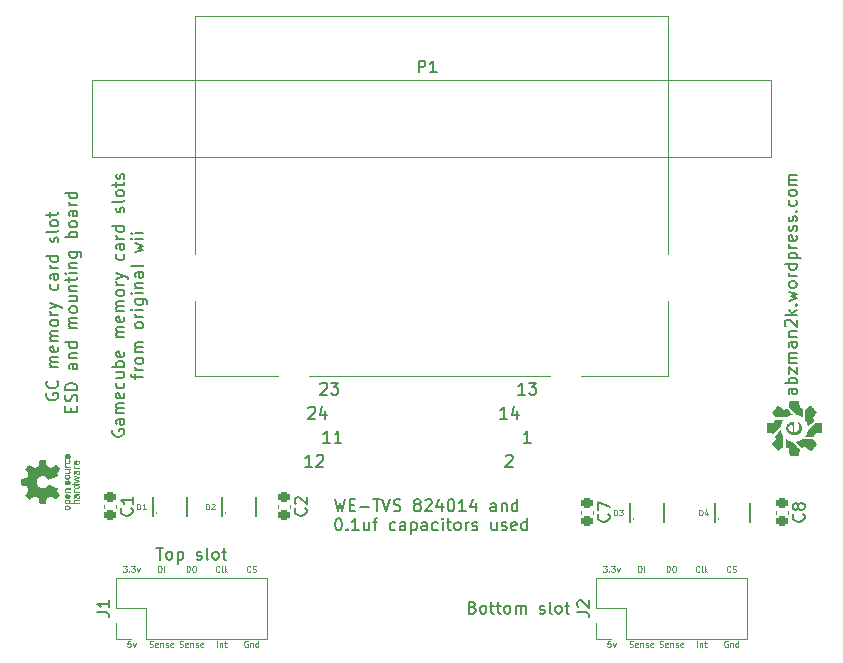
<source format=gto>
G04 #@! TF.GenerationSoftware,KiCad,Pcbnew,(6.0.0)*
G04 #@! TF.CreationDate,2022-08-18T21:48:33-04:00*
G04 #@! TF.ProjectId,GC memory card breakout board (wii pinout),4743206d-656d-46f7-9279-206361726420,rev?*
G04 #@! TF.SameCoordinates,Original*
G04 #@! TF.FileFunction,Legend,Top*
G04 #@! TF.FilePolarity,Positive*
%FSLAX46Y46*%
G04 Gerber Fmt 4.6, Leading zero omitted, Abs format (unit mm)*
G04 Created by KiCad (PCBNEW (6.0.0)) date 2022-08-18 21:48:33*
%MOMM*%
%LPD*%
G01*
G04 APERTURE LIST*
G04 Aperture macros list*
%AMRoundRect*
0 Rectangle with rounded corners*
0 $1 Rounding radius*
0 $2 $3 $4 $5 $6 $7 $8 $9 X,Y pos of 4 corners*
0 Add a 4 corners polygon primitive as box body*
4,1,4,$2,$3,$4,$5,$6,$7,$8,$9,$2,$3,0*
0 Add four circle primitives for the rounded corners*
1,1,$1+$1,$2,$3*
1,1,$1+$1,$4,$5*
1,1,$1+$1,$6,$7*
1,1,$1+$1,$8,$9*
0 Add four rect primitives between the rounded corners*
20,1,$1+$1,$2,$3,$4,$5,0*
20,1,$1+$1,$4,$5,$6,$7,0*
20,1,$1+$1,$6,$7,$8,$9,0*
20,1,$1+$1,$8,$9,$2,$3,0*%
G04 Aperture macros list end*
%ADD10C,0.150000*%
%ADD11C,0.050000*%
%ADD12C,0.120000*%
%ADD13C,0.127000*%
%ADD14C,3.200000*%
%ADD15RoundRect,0.225000X-0.250000X0.225000X-0.250000X-0.225000X0.250000X-0.225000X0.250000X0.225000X0*%
%ADD16R,1.700000X1.700000*%
%ADD17O,1.700000X1.700000*%
%ADD18R,0.600000X1.100000*%
%ADD19C,3.000000*%
%ADD20C,1.524000*%
%ADD21C,2.500000*%
%ADD22O,2.000000X4.000000*%
%ADD23C,3.500000*%
G04 APERTURE END LIST*
D10*
X117602095Y-58475619D02*
X117649714Y-58428000D01*
X117744952Y-58380380D01*
X117983047Y-58380380D01*
X118078285Y-58428000D01*
X118125904Y-58475619D01*
X118173523Y-58570857D01*
X118173523Y-58666095D01*
X118125904Y-58808952D01*
X117554476Y-59380380D01*
X118173523Y-59380380D01*
X118506857Y-58380380D02*
X119125904Y-58380380D01*
X118792571Y-58761333D01*
X118935428Y-58761333D01*
X119030666Y-58808952D01*
X119078285Y-58856571D01*
X119125904Y-58951809D01*
X119125904Y-59189904D01*
X119078285Y-59285142D01*
X119030666Y-59332761D01*
X118935428Y-59380380D01*
X118649714Y-59380380D01*
X118554476Y-59332761D01*
X118506857Y-59285142D01*
D11*
X142168571Y-80244190D02*
X141930476Y-80244190D01*
X141906666Y-80482285D01*
X141930476Y-80458476D01*
X141978095Y-80434666D01*
X142097142Y-80434666D01*
X142144761Y-80458476D01*
X142168571Y-80482285D01*
X142192380Y-80529904D01*
X142192380Y-80648952D01*
X142168571Y-80696571D01*
X142144761Y-80720380D01*
X142097142Y-80744190D01*
X141978095Y-80744190D01*
X141930476Y-80720380D01*
X141906666Y-80696571D01*
X142359047Y-80410857D02*
X142478095Y-80744190D01*
X142597142Y-80410857D01*
X111438571Y-80268000D02*
X111390952Y-80244190D01*
X111319523Y-80244190D01*
X111248095Y-80268000D01*
X111200476Y-80315619D01*
X111176666Y-80363238D01*
X111152857Y-80458476D01*
X111152857Y-80529904D01*
X111176666Y-80625142D01*
X111200476Y-80672761D01*
X111248095Y-80720380D01*
X111319523Y-80744190D01*
X111367142Y-80744190D01*
X111438571Y-80720380D01*
X111462380Y-80696571D01*
X111462380Y-80529904D01*
X111367142Y-80529904D01*
X111676666Y-80410857D02*
X111676666Y-80744190D01*
X111676666Y-80458476D02*
X111700476Y-80434666D01*
X111748095Y-80410857D01*
X111819523Y-80410857D01*
X111867142Y-80434666D01*
X111890952Y-80482285D01*
X111890952Y-80744190D01*
X112343333Y-80744190D02*
X112343333Y-80244190D01*
X112343333Y-80720380D02*
X112295714Y-80744190D01*
X112200476Y-80744190D01*
X112152857Y-80720380D01*
X112129047Y-80696571D01*
X112105238Y-80648952D01*
X112105238Y-80506095D01*
X112129047Y-80458476D01*
X112152857Y-80434666D01*
X112200476Y-80410857D01*
X112295714Y-80410857D01*
X112343333Y-80434666D01*
X143780000Y-80720380D02*
X143851428Y-80744190D01*
X143970476Y-80744190D01*
X144018095Y-80720380D01*
X144041904Y-80696571D01*
X144065714Y-80648952D01*
X144065714Y-80601333D01*
X144041904Y-80553714D01*
X144018095Y-80529904D01*
X143970476Y-80506095D01*
X143875238Y-80482285D01*
X143827619Y-80458476D01*
X143803809Y-80434666D01*
X143780000Y-80387047D01*
X143780000Y-80339428D01*
X143803809Y-80291809D01*
X143827619Y-80268000D01*
X143875238Y-80244190D01*
X143994285Y-80244190D01*
X144065714Y-80268000D01*
X144470476Y-80720380D02*
X144422857Y-80744190D01*
X144327619Y-80744190D01*
X144280000Y-80720380D01*
X144256190Y-80672761D01*
X144256190Y-80482285D01*
X144280000Y-80434666D01*
X144327619Y-80410857D01*
X144422857Y-80410857D01*
X144470476Y-80434666D01*
X144494285Y-80482285D01*
X144494285Y-80529904D01*
X144256190Y-80577523D01*
X144708571Y-80410857D02*
X144708571Y-80744190D01*
X144708571Y-80458476D02*
X144732380Y-80434666D01*
X144780000Y-80410857D01*
X144851428Y-80410857D01*
X144899047Y-80434666D01*
X144922857Y-80482285D01*
X144922857Y-80744190D01*
X145137142Y-80720380D02*
X145184761Y-80744190D01*
X145280000Y-80744190D01*
X145327619Y-80720380D01*
X145351428Y-80672761D01*
X145351428Y-80648952D01*
X145327619Y-80601333D01*
X145280000Y-80577523D01*
X145208571Y-80577523D01*
X145160952Y-80553714D01*
X145137142Y-80506095D01*
X145137142Y-80482285D01*
X145160952Y-80434666D01*
X145208571Y-80410857D01*
X145280000Y-80410857D01*
X145327619Y-80434666D01*
X145756190Y-80720380D02*
X145708571Y-80744190D01*
X145613333Y-80744190D01*
X145565714Y-80720380D01*
X145541904Y-80672761D01*
X145541904Y-80482285D01*
X145565714Y-80434666D01*
X145613333Y-80410857D01*
X145708571Y-80410857D01*
X145756190Y-80434666D01*
X145780000Y-80482285D01*
X145780000Y-80529904D01*
X145541904Y-80577523D01*
X103890000Y-74394190D02*
X103890000Y-73894190D01*
X104009047Y-73894190D01*
X104080476Y-73918000D01*
X104128095Y-73965619D01*
X104151904Y-74013238D01*
X104175714Y-74108476D01*
X104175714Y-74179904D01*
X104151904Y-74275142D01*
X104128095Y-74322761D01*
X104080476Y-74370380D01*
X104009047Y-74394190D01*
X103890000Y-74394190D01*
X104390000Y-74394190D02*
X104390000Y-73894190D01*
X144530000Y-74394190D02*
X144530000Y-73894190D01*
X144649047Y-73894190D01*
X144720476Y-73918000D01*
X144768095Y-73965619D01*
X144791904Y-74013238D01*
X144815714Y-74108476D01*
X144815714Y-74179904D01*
X144791904Y-74275142D01*
X144768095Y-74322761D01*
X144720476Y-74370380D01*
X144649047Y-74394190D01*
X144530000Y-74394190D01*
X145030000Y-74394190D02*
X145030000Y-73894190D01*
D10*
X100041000Y-62363619D02*
X99993380Y-62458857D01*
X99993380Y-62601714D01*
X100041000Y-62744571D01*
X100136238Y-62839809D01*
X100231476Y-62887428D01*
X100421952Y-62935047D01*
X100564809Y-62935047D01*
X100755285Y-62887428D01*
X100850523Y-62839809D01*
X100945761Y-62744571D01*
X100993380Y-62601714D01*
X100993380Y-62506476D01*
X100945761Y-62363619D01*
X100898142Y-62316000D01*
X100564809Y-62316000D01*
X100564809Y-62506476D01*
X100993380Y-61458857D02*
X100469571Y-61458857D01*
X100374333Y-61506476D01*
X100326714Y-61601714D01*
X100326714Y-61792190D01*
X100374333Y-61887428D01*
X100945761Y-61458857D02*
X100993380Y-61554095D01*
X100993380Y-61792190D01*
X100945761Y-61887428D01*
X100850523Y-61935047D01*
X100755285Y-61935047D01*
X100660047Y-61887428D01*
X100612428Y-61792190D01*
X100612428Y-61554095D01*
X100564809Y-61458857D01*
X100993380Y-60982666D02*
X100326714Y-60982666D01*
X100421952Y-60982666D02*
X100374333Y-60935047D01*
X100326714Y-60839809D01*
X100326714Y-60696952D01*
X100374333Y-60601714D01*
X100469571Y-60554095D01*
X100993380Y-60554095D01*
X100469571Y-60554095D02*
X100374333Y-60506476D01*
X100326714Y-60411238D01*
X100326714Y-60268380D01*
X100374333Y-60173142D01*
X100469571Y-60125523D01*
X100993380Y-60125523D01*
X100945761Y-59268380D02*
X100993380Y-59363619D01*
X100993380Y-59554095D01*
X100945761Y-59649333D01*
X100850523Y-59696952D01*
X100469571Y-59696952D01*
X100374333Y-59649333D01*
X100326714Y-59554095D01*
X100326714Y-59363619D01*
X100374333Y-59268380D01*
X100469571Y-59220761D01*
X100564809Y-59220761D01*
X100660047Y-59696952D01*
X100945761Y-58363619D02*
X100993380Y-58458857D01*
X100993380Y-58649333D01*
X100945761Y-58744571D01*
X100898142Y-58792190D01*
X100802904Y-58839809D01*
X100517190Y-58839809D01*
X100421952Y-58792190D01*
X100374333Y-58744571D01*
X100326714Y-58649333D01*
X100326714Y-58458857D01*
X100374333Y-58363619D01*
X100326714Y-57506476D02*
X100993380Y-57506476D01*
X100326714Y-57935047D02*
X100850523Y-57935047D01*
X100945761Y-57887428D01*
X100993380Y-57792190D01*
X100993380Y-57649333D01*
X100945761Y-57554095D01*
X100898142Y-57506476D01*
X100993380Y-57030285D02*
X99993380Y-57030285D01*
X100374333Y-57030285D02*
X100326714Y-56935047D01*
X100326714Y-56744571D01*
X100374333Y-56649333D01*
X100421952Y-56601714D01*
X100517190Y-56554095D01*
X100802904Y-56554095D01*
X100898142Y-56601714D01*
X100945761Y-56649333D01*
X100993380Y-56744571D01*
X100993380Y-56935047D01*
X100945761Y-57030285D01*
X100945761Y-55744571D02*
X100993380Y-55839809D01*
X100993380Y-56030285D01*
X100945761Y-56125523D01*
X100850523Y-56173142D01*
X100469571Y-56173142D01*
X100374333Y-56125523D01*
X100326714Y-56030285D01*
X100326714Y-55839809D01*
X100374333Y-55744571D01*
X100469571Y-55696952D01*
X100564809Y-55696952D01*
X100660047Y-56173142D01*
X100993380Y-54506476D02*
X100326714Y-54506476D01*
X100421952Y-54506476D02*
X100374333Y-54458857D01*
X100326714Y-54363619D01*
X100326714Y-54220761D01*
X100374333Y-54125523D01*
X100469571Y-54077904D01*
X100993380Y-54077904D01*
X100469571Y-54077904D02*
X100374333Y-54030285D01*
X100326714Y-53935047D01*
X100326714Y-53792190D01*
X100374333Y-53696952D01*
X100469571Y-53649333D01*
X100993380Y-53649333D01*
X100945761Y-52792190D02*
X100993380Y-52887428D01*
X100993380Y-53077904D01*
X100945761Y-53173142D01*
X100850523Y-53220761D01*
X100469571Y-53220761D01*
X100374333Y-53173142D01*
X100326714Y-53077904D01*
X100326714Y-52887428D01*
X100374333Y-52792190D01*
X100469571Y-52744571D01*
X100564809Y-52744571D01*
X100660047Y-53220761D01*
X100993380Y-52316000D02*
X100326714Y-52316000D01*
X100421952Y-52316000D02*
X100374333Y-52268380D01*
X100326714Y-52173142D01*
X100326714Y-52030285D01*
X100374333Y-51935047D01*
X100469571Y-51887428D01*
X100993380Y-51887428D01*
X100469571Y-51887428D02*
X100374333Y-51839809D01*
X100326714Y-51744571D01*
X100326714Y-51601714D01*
X100374333Y-51506476D01*
X100469571Y-51458857D01*
X100993380Y-51458857D01*
X100993380Y-50839809D02*
X100945761Y-50935047D01*
X100898142Y-50982666D01*
X100802904Y-51030285D01*
X100517190Y-51030285D01*
X100421952Y-50982666D01*
X100374333Y-50935047D01*
X100326714Y-50839809D01*
X100326714Y-50696952D01*
X100374333Y-50601714D01*
X100421952Y-50554095D01*
X100517190Y-50506476D01*
X100802904Y-50506476D01*
X100898142Y-50554095D01*
X100945761Y-50601714D01*
X100993380Y-50696952D01*
X100993380Y-50839809D01*
X100993380Y-50077904D02*
X100326714Y-50077904D01*
X100517190Y-50077904D02*
X100421952Y-50030285D01*
X100374333Y-49982666D01*
X100326714Y-49887428D01*
X100326714Y-49792190D01*
X100326714Y-49554095D02*
X100993380Y-49316000D01*
X100326714Y-49077904D02*
X100993380Y-49316000D01*
X101231476Y-49411238D01*
X101279095Y-49458857D01*
X101326714Y-49554095D01*
X100945761Y-47506476D02*
X100993380Y-47601714D01*
X100993380Y-47792190D01*
X100945761Y-47887428D01*
X100898142Y-47935047D01*
X100802904Y-47982666D01*
X100517190Y-47982666D01*
X100421952Y-47935047D01*
X100374333Y-47887428D01*
X100326714Y-47792190D01*
X100326714Y-47601714D01*
X100374333Y-47506476D01*
X100993380Y-46649333D02*
X100469571Y-46649333D01*
X100374333Y-46696952D01*
X100326714Y-46792190D01*
X100326714Y-46982666D01*
X100374333Y-47077904D01*
X100945761Y-46649333D02*
X100993380Y-46744571D01*
X100993380Y-46982666D01*
X100945761Y-47077904D01*
X100850523Y-47125523D01*
X100755285Y-47125523D01*
X100660047Y-47077904D01*
X100612428Y-46982666D01*
X100612428Y-46744571D01*
X100564809Y-46649333D01*
X100993380Y-46173142D02*
X100326714Y-46173142D01*
X100517190Y-46173142D02*
X100421952Y-46125523D01*
X100374333Y-46077904D01*
X100326714Y-45982666D01*
X100326714Y-45887428D01*
X100993380Y-45125523D02*
X99993380Y-45125523D01*
X100945761Y-45125523D02*
X100993380Y-45220761D01*
X100993380Y-45411238D01*
X100945761Y-45506476D01*
X100898142Y-45554095D01*
X100802904Y-45601714D01*
X100517190Y-45601714D01*
X100421952Y-45554095D01*
X100374333Y-45506476D01*
X100326714Y-45411238D01*
X100326714Y-45220761D01*
X100374333Y-45125523D01*
X100945761Y-43935047D02*
X100993380Y-43839809D01*
X100993380Y-43649333D01*
X100945761Y-43554095D01*
X100850523Y-43506476D01*
X100802904Y-43506476D01*
X100707666Y-43554095D01*
X100660047Y-43649333D01*
X100660047Y-43792190D01*
X100612428Y-43887428D01*
X100517190Y-43935047D01*
X100469571Y-43935047D01*
X100374333Y-43887428D01*
X100326714Y-43792190D01*
X100326714Y-43649333D01*
X100374333Y-43554095D01*
X100993380Y-42935047D02*
X100945761Y-43030285D01*
X100850523Y-43077904D01*
X99993380Y-43077904D01*
X100993380Y-42411238D02*
X100945761Y-42506476D01*
X100898142Y-42554095D01*
X100802904Y-42601714D01*
X100517190Y-42601714D01*
X100421952Y-42554095D01*
X100374333Y-42506476D01*
X100326714Y-42411238D01*
X100326714Y-42268380D01*
X100374333Y-42173142D01*
X100421952Y-42125523D01*
X100517190Y-42077904D01*
X100802904Y-42077904D01*
X100898142Y-42125523D01*
X100945761Y-42173142D01*
X100993380Y-42268380D01*
X100993380Y-42411238D01*
X100326714Y-41792190D02*
X100326714Y-41411238D01*
X99993380Y-41649333D02*
X100850523Y-41649333D01*
X100945761Y-41601714D01*
X100993380Y-41506476D01*
X100993380Y-41411238D01*
X100945761Y-41125523D02*
X100993380Y-41030285D01*
X100993380Y-40839809D01*
X100945761Y-40744571D01*
X100850523Y-40696952D01*
X100802904Y-40696952D01*
X100707666Y-40744571D01*
X100660047Y-40839809D01*
X100660047Y-40982666D01*
X100612428Y-41077904D01*
X100517190Y-41125523D01*
X100469571Y-41125523D01*
X100374333Y-41077904D01*
X100326714Y-40982666D01*
X100326714Y-40839809D01*
X100374333Y-40744571D01*
X101936714Y-58054095D02*
X101936714Y-57673142D01*
X102603380Y-57911238D02*
X101746238Y-57911238D01*
X101651000Y-57863619D01*
X101603380Y-57768380D01*
X101603380Y-57673142D01*
X102603380Y-57339809D02*
X101936714Y-57339809D01*
X102127190Y-57339809D02*
X102031952Y-57292190D01*
X101984333Y-57244571D01*
X101936714Y-57149333D01*
X101936714Y-57054095D01*
X102603380Y-56577904D02*
X102555761Y-56673142D01*
X102508142Y-56720761D01*
X102412904Y-56768380D01*
X102127190Y-56768380D01*
X102031952Y-56720761D01*
X101984333Y-56673142D01*
X101936714Y-56577904D01*
X101936714Y-56435047D01*
X101984333Y-56339809D01*
X102031952Y-56292190D01*
X102127190Y-56244571D01*
X102412904Y-56244571D01*
X102508142Y-56292190D01*
X102555761Y-56339809D01*
X102603380Y-56435047D01*
X102603380Y-56577904D01*
X102603380Y-55816000D02*
X101936714Y-55816000D01*
X102031952Y-55816000D02*
X101984333Y-55768380D01*
X101936714Y-55673142D01*
X101936714Y-55530285D01*
X101984333Y-55435047D01*
X102079571Y-55387428D01*
X102603380Y-55387428D01*
X102079571Y-55387428D02*
X101984333Y-55339809D01*
X101936714Y-55244571D01*
X101936714Y-55101714D01*
X101984333Y-55006476D01*
X102079571Y-54958857D01*
X102603380Y-54958857D01*
X102603380Y-53577904D02*
X102555761Y-53673142D01*
X102508142Y-53720761D01*
X102412904Y-53768380D01*
X102127190Y-53768380D01*
X102031952Y-53720761D01*
X101984333Y-53673142D01*
X101936714Y-53577904D01*
X101936714Y-53435047D01*
X101984333Y-53339809D01*
X102031952Y-53292190D01*
X102127190Y-53244571D01*
X102412904Y-53244571D01*
X102508142Y-53292190D01*
X102555761Y-53339809D01*
X102603380Y-53435047D01*
X102603380Y-53577904D01*
X102603380Y-52816000D02*
X101936714Y-52816000D01*
X102127190Y-52816000D02*
X102031952Y-52768380D01*
X101984333Y-52720761D01*
X101936714Y-52625523D01*
X101936714Y-52530285D01*
X102603380Y-52196952D02*
X101936714Y-52196952D01*
X101603380Y-52196952D02*
X101651000Y-52244571D01*
X101698619Y-52196952D01*
X101651000Y-52149333D01*
X101603380Y-52196952D01*
X101698619Y-52196952D01*
X101936714Y-51292190D02*
X102746238Y-51292190D01*
X102841476Y-51339809D01*
X102889095Y-51387428D01*
X102936714Y-51482666D01*
X102936714Y-51625523D01*
X102889095Y-51720761D01*
X102555761Y-51292190D02*
X102603380Y-51387428D01*
X102603380Y-51577904D01*
X102555761Y-51673142D01*
X102508142Y-51720761D01*
X102412904Y-51768380D01*
X102127190Y-51768380D01*
X102031952Y-51720761D01*
X101984333Y-51673142D01*
X101936714Y-51577904D01*
X101936714Y-51387428D01*
X101984333Y-51292190D01*
X102603380Y-50816000D02*
X101936714Y-50816000D01*
X101603380Y-50816000D02*
X101651000Y-50863619D01*
X101698619Y-50816000D01*
X101651000Y-50768380D01*
X101603380Y-50816000D01*
X101698619Y-50816000D01*
X101936714Y-50339809D02*
X102603380Y-50339809D01*
X102031952Y-50339809D02*
X101984333Y-50292190D01*
X101936714Y-50196952D01*
X101936714Y-50054095D01*
X101984333Y-49958857D01*
X102079571Y-49911238D01*
X102603380Y-49911238D01*
X102603380Y-49006476D02*
X102079571Y-49006476D01*
X101984333Y-49054095D01*
X101936714Y-49149333D01*
X101936714Y-49339809D01*
X101984333Y-49435047D01*
X102555761Y-49006476D02*
X102603380Y-49101714D01*
X102603380Y-49339809D01*
X102555761Y-49435047D01*
X102460523Y-49482666D01*
X102365285Y-49482666D01*
X102270047Y-49435047D01*
X102222428Y-49339809D01*
X102222428Y-49101714D01*
X102174809Y-49006476D01*
X102603380Y-48387428D02*
X102555761Y-48482666D01*
X102460523Y-48530285D01*
X101603380Y-48530285D01*
X101936714Y-47339809D02*
X102603380Y-47149333D01*
X102127190Y-46958857D01*
X102603380Y-46768380D01*
X101936714Y-46577904D01*
X102603380Y-46196952D02*
X101936714Y-46196952D01*
X101603380Y-46196952D02*
X101651000Y-46244571D01*
X101698619Y-46196952D01*
X101651000Y-46149333D01*
X101603380Y-46196952D01*
X101698619Y-46196952D01*
X102603380Y-45720761D02*
X101936714Y-45720761D01*
X101603380Y-45720761D02*
X101651000Y-45768380D01*
X101698619Y-45720761D01*
X101651000Y-45673142D01*
X101603380Y-45720761D01*
X101698619Y-45720761D01*
X94453000Y-59276285D02*
X94405380Y-59371523D01*
X94405380Y-59514380D01*
X94453000Y-59657238D01*
X94548238Y-59752476D01*
X94643476Y-59800095D01*
X94833952Y-59847714D01*
X94976809Y-59847714D01*
X95167285Y-59800095D01*
X95262523Y-59752476D01*
X95357761Y-59657238D01*
X95405380Y-59514380D01*
X95405380Y-59419142D01*
X95357761Y-59276285D01*
X95310142Y-59228666D01*
X94976809Y-59228666D01*
X94976809Y-59419142D01*
X95310142Y-58228666D02*
X95357761Y-58276285D01*
X95405380Y-58419142D01*
X95405380Y-58514380D01*
X95357761Y-58657238D01*
X95262523Y-58752476D01*
X95167285Y-58800095D01*
X94976809Y-58847714D01*
X94833952Y-58847714D01*
X94643476Y-58800095D01*
X94548238Y-58752476D01*
X94453000Y-58657238D01*
X94405380Y-58514380D01*
X94405380Y-58419142D01*
X94453000Y-58276285D01*
X94500619Y-58228666D01*
X95405380Y-57038190D02*
X94738714Y-57038190D01*
X94833952Y-57038190D02*
X94786333Y-56990571D01*
X94738714Y-56895333D01*
X94738714Y-56752476D01*
X94786333Y-56657238D01*
X94881571Y-56609619D01*
X95405380Y-56609619D01*
X94881571Y-56609619D02*
X94786333Y-56562000D01*
X94738714Y-56466761D01*
X94738714Y-56323904D01*
X94786333Y-56228666D01*
X94881571Y-56181047D01*
X95405380Y-56181047D01*
X95357761Y-55323904D02*
X95405380Y-55419142D01*
X95405380Y-55609619D01*
X95357761Y-55704857D01*
X95262523Y-55752476D01*
X94881571Y-55752476D01*
X94786333Y-55704857D01*
X94738714Y-55609619D01*
X94738714Y-55419142D01*
X94786333Y-55323904D01*
X94881571Y-55276285D01*
X94976809Y-55276285D01*
X95072047Y-55752476D01*
X95405380Y-54847714D02*
X94738714Y-54847714D01*
X94833952Y-54847714D02*
X94786333Y-54800095D01*
X94738714Y-54704857D01*
X94738714Y-54562000D01*
X94786333Y-54466761D01*
X94881571Y-54419142D01*
X95405380Y-54419142D01*
X94881571Y-54419142D02*
X94786333Y-54371523D01*
X94738714Y-54276285D01*
X94738714Y-54133428D01*
X94786333Y-54038190D01*
X94881571Y-53990571D01*
X95405380Y-53990571D01*
X95405380Y-53371523D02*
X95357761Y-53466761D01*
X95310142Y-53514380D01*
X95214904Y-53562000D01*
X94929190Y-53562000D01*
X94833952Y-53514380D01*
X94786333Y-53466761D01*
X94738714Y-53371523D01*
X94738714Y-53228666D01*
X94786333Y-53133428D01*
X94833952Y-53085809D01*
X94929190Y-53038190D01*
X95214904Y-53038190D01*
X95310142Y-53085809D01*
X95357761Y-53133428D01*
X95405380Y-53228666D01*
X95405380Y-53371523D01*
X95405380Y-52609619D02*
X94738714Y-52609619D01*
X94929190Y-52609619D02*
X94833952Y-52562000D01*
X94786333Y-52514380D01*
X94738714Y-52419142D01*
X94738714Y-52323904D01*
X94738714Y-52085809D02*
X95405380Y-51847714D01*
X94738714Y-51609619D02*
X95405380Y-51847714D01*
X95643476Y-51942952D01*
X95691095Y-51990571D01*
X95738714Y-52085809D01*
X95357761Y-50038190D02*
X95405380Y-50133428D01*
X95405380Y-50323904D01*
X95357761Y-50419142D01*
X95310142Y-50466761D01*
X95214904Y-50514380D01*
X94929190Y-50514380D01*
X94833952Y-50466761D01*
X94786333Y-50419142D01*
X94738714Y-50323904D01*
X94738714Y-50133428D01*
X94786333Y-50038190D01*
X95405380Y-49181047D02*
X94881571Y-49181047D01*
X94786333Y-49228666D01*
X94738714Y-49323904D01*
X94738714Y-49514380D01*
X94786333Y-49609619D01*
X95357761Y-49181047D02*
X95405380Y-49276285D01*
X95405380Y-49514380D01*
X95357761Y-49609619D01*
X95262523Y-49657238D01*
X95167285Y-49657238D01*
X95072047Y-49609619D01*
X95024428Y-49514380D01*
X95024428Y-49276285D01*
X94976809Y-49181047D01*
X95405380Y-48704857D02*
X94738714Y-48704857D01*
X94929190Y-48704857D02*
X94833952Y-48657238D01*
X94786333Y-48609619D01*
X94738714Y-48514380D01*
X94738714Y-48419142D01*
X95405380Y-47657238D02*
X94405380Y-47657238D01*
X95357761Y-47657238D02*
X95405380Y-47752476D01*
X95405380Y-47942952D01*
X95357761Y-48038190D01*
X95310142Y-48085809D01*
X95214904Y-48133428D01*
X94929190Y-48133428D01*
X94833952Y-48085809D01*
X94786333Y-48038190D01*
X94738714Y-47942952D01*
X94738714Y-47752476D01*
X94786333Y-47657238D01*
X95357761Y-46466761D02*
X95405380Y-46371523D01*
X95405380Y-46181047D01*
X95357761Y-46085809D01*
X95262523Y-46038190D01*
X95214904Y-46038190D01*
X95119666Y-46085809D01*
X95072047Y-46181047D01*
X95072047Y-46323904D01*
X95024428Y-46419142D01*
X94929190Y-46466761D01*
X94881571Y-46466761D01*
X94786333Y-46419142D01*
X94738714Y-46323904D01*
X94738714Y-46181047D01*
X94786333Y-46085809D01*
X95405380Y-45466761D02*
X95357761Y-45562000D01*
X95262523Y-45609619D01*
X94405380Y-45609619D01*
X95405380Y-44942952D02*
X95357761Y-45038190D01*
X95310142Y-45085809D01*
X95214904Y-45133428D01*
X94929190Y-45133428D01*
X94833952Y-45085809D01*
X94786333Y-45038190D01*
X94738714Y-44942952D01*
X94738714Y-44800095D01*
X94786333Y-44704857D01*
X94833952Y-44657238D01*
X94929190Y-44609619D01*
X95214904Y-44609619D01*
X95310142Y-44657238D01*
X95357761Y-44704857D01*
X95405380Y-44800095D01*
X95405380Y-44942952D01*
X94738714Y-44323904D02*
X94738714Y-43942952D01*
X94405380Y-44181047D02*
X95262523Y-44181047D01*
X95357761Y-44133428D01*
X95405380Y-44038190D01*
X95405380Y-43942952D01*
X96491571Y-60823904D02*
X96491571Y-60490571D01*
X97015380Y-60347714D02*
X97015380Y-60823904D01*
X96015380Y-60823904D01*
X96015380Y-60347714D01*
X96967761Y-59966761D02*
X97015380Y-59823904D01*
X97015380Y-59585809D01*
X96967761Y-59490571D01*
X96920142Y-59442952D01*
X96824904Y-59395333D01*
X96729666Y-59395333D01*
X96634428Y-59442952D01*
X96586809Y-59490571D01*
X96539190Y-59585809D01*
X96491571Y-59776285D01*
X96443952Y-59871523D01*
X96396333Y-59919142D01*
X96301095Y-59966761D01*
X96205857Y-59966761D01*
X96110619Y-59919142D01*
X96063000Y-59871523D01*
X96015380Y-59776285D01*
X96015380Y-59538190D01*
X96063000Y-59395333D01*
X97015380Y-58966761D02*
X96015380Y-58966761D01*
X96015380Y-58728666D01*
X96063000Y-58585809D01*
X96158238Y-58490571D01*
X96253476Y-58442952D01*
X96443952Y-58395333D01*
X96586809Y-58395333D01*
X96777285Y-58442952D01*
X96872523Y-58490571D01*
X96967761Y-58585809D01*
X97015380Y-58728666D01*
X97015380Y-58966761D01*
X97015380Y-56776285D02*
X96491571Y-56776285D01*
X96396333Y-56823904D01*
X96348714Y-56919142D01*
X96348714Y-57109619D01*
X96396333Y-57204857D01*
X96967761Y-56776285D02*
X97015380Y-56871523D01*
X97015380Y-57109619D01*
X96967761Y-57204857D01*
X96872523Y-57252476D01*
X96777285Y-57252476D01*
X96682047Y-57204857D01*
X96634428Y-57109619D01*
X96634428Y-56871523D01*
X96586809Y-56776285D01*
X96348714Y-56300095D02*
X97015380Y-56300095D01*
X96443952Y-56300095D02*
X96396333Y-56252476D01*
X96348714Y-56157238D01*
X96348714Y-56014380D01*
X96396333Y-55919142D01*
X96491571Y-55871523D01*
X97015380Y-55871523D01*
X97015380Y-54966761D02*
X96015380Y-54966761D01*
X96967761Y-54966761D02*
X97015380Y-55062000D01*
X97015380Y-55252476D01*
X96967761Y-55347714D01*
X96920142Y-55395333D01*
X96824904Y-55442952D01*
X96539190Y-55442952D01*
X96443952Y-55395333D01*
X96396333Y-55347714D01*
X96348714Y-55252476D01*
X96348714Y-55062000D01*
X96396333Y-54966761D01*
X97015380Y-53728666D02*
X96348714Y-53728666D01*
X96443952Y-53728666D02*
X96396333Y-53681047D01*
X96348714Y-53585809D01*
X96348714Y-53442952D01*
X96396333Y-53347714D01*
X96491571Y-53300095D01*
X97015380Y-53300095D01*
X96491571Y-53300095D02*
X96396333Y-53252476D01*
X96348714Y-53157238D01*
X96348714Y-53014380D01*
X96396333Y-52919142D01*
X96491571Y-52871523D01*
X97015380Y-52871523D01*
X97015380Y-52252476D02*
X96967761Y-52347714D01*
X96920142Y-52395333D01*
X96824904Y-52442952D01*
X96539190Y-52442952D01*
X96443952Y-52395333D01*
X96396333Y-52347714D01*
X96348714Y-52252476D01*
X96348714Y-52109619D01*
X96396333Y-52014380D01*
X96443952Y-51966761D01*
X96539190Y-51919142D01*
X96824904Y-51919142D01*
X96920142Y-51966761D01*
X96967761Y-52014380D01*
X97015380Y-52109619D01*
X97015380Y-52252476D01*
X96348714Y-51062000D02*
X97015380Y-51062000D01*
X96348714Y-51490571D02*
X96872523Y-51490571D01*
X96967761Y-51442952D01*
X97015380Y-51347714D01*
X97015380Y-51204857D01*
X96967761Y-51109619D01*
X96920142Y-51062000D01*
X96348714Y-50585809D02*
X97015380Y-50585809D01*
X96443952Y-50585809D02*
X96396333Y-50538190D01*
X96348714Y-50442952D01*
X96348714Y-50300095D01*
X96396333Y-50204857D01*
X96491571Y-50157238D01*
X97015380Y-50157238D01*
X96348714Y-49823904D02*
X96348714Y-49442952D01*
X96015380Y-49681047D02*
X96872523Y-49681047D01*
X96967761Y-49633428D01*
X97015380Y-49538190D01*
X97015380Y-49442952D01*
X97015380Y-49109619D02*
X96348714Y-49109619D01*
X96015380Y-49109619D02*
X96063000Y-49157238D01*
X96110619Y-49109619D01*
X96063000Y-49062000D01*
X96015380Y-49109619D01*
X96110619Y-49109619D01*
X96348714Y-48633428D02*
X97015380Y-48633428D01*
X96443952Y-48633428D02*
X96396333Y-48585809D01*
X96348714Y-48490571D01*
X96348714Y-48347714D01*
X96396333Y-48252476D01*
X96491571Y-48204857D01*
X97015380Y-48204857D01*
X96348714Y-47300095D02*
X97158238Y-47300095D01*
X97253476Y-47347714D01*
X97301095Y-47395333D01*
X97348714Y-47490571D01*
X97348714Y-47633428D01*
X97301095Y-47728666D01*
X96967761Y-47300095D02*
X97015380Y-47395333D01*
X97015380Y-47585809D01*
X96967761Y-47681047D01*
X96920142Y-47728666D01*
X96824904Y-47776285D01*
X96539190Y-47776285D01*
X96443952Y-47728666D01*
X96396333Y-47681047D01*
X96348714Y-47585809D01*
X96348714Y-47395333D01*
X96396333Y-47300095D01*
X97015380Y-46062000D02*
X96015380Y-46062000D01*
X96396333Y-46062000D02*
X96348714Y-45966761D01*
X96348714Y-45776285D01*
X96396333Y-45681047D01*
X96443952Y-45633428D01*
X96539190Y-45585809D01*
X96824904Y-45585809D01*
X96920142Y-45633428D01*
X96967761Y-45681047D01*
X97015380Y-45776285D01*
X97015380Y-45966761D01*
X96967761Y-46062000D01*
X97015380Y-45014380D02*
X96967761Y-45109619D01*
X96920142Y-45157238D01*
X96824904Y-45204857D01*
X96539190Y-45204857D01*
X96443952Y-45157238D01*
X96396333Y-45109619D01*
X96348714Y-45014380D01*
X96348714Y-44871523D01*
X96396333Y-44776285D01*
X96443952Y-44728666D01*
X96539190Y-44681047D01*
X96824904Y-44681047D01*
X96920142Y-44728666D01*
X96967761Y-44776285D01*
X97015380Y-44871523D01*
X97015380Y-45014380D01*
X97015380Y-43823904D02*
X96491571Y-43823904D01*
X96396333Y-43871523D01*
X96348714Y-43966761D01*
X96348714Y-44157238D01*
X96396333Y-44252476D01*
X96967761Y-43823904D02*
X97015380Y-43919142D01*
X97015380Y-44157238D01*
X96967761Y-44252476D01*
X96872523Y-44300095D01*
X96777285Y-44300095D01*
X96682047Y-44252476D01*
X96634428Y-44157238D01*
X96634428Y-43919142D01*
X96586809Y-43823904D01*
X97015380Y-43347714D02*
X96348714Y-43347714D01*
X96539190Y-43347714D02*
X96443952Y-43300095D01*
X96396333Y-43252476D01*
X96348714Y-43157238D01*
X96348714Y-43062000D01*
X97015380Y-42300095D02*
X96015380Y-42300095D01*
X96967761Y-42300095D02*
X97015380Y-42395333D01*
X97015380Y-42585809D01*
X96967761Y-42681047D01*
X96920142Y-42728666D01*
X96824904Y-42776285D01*
X96539190Y-42776285D01*
X96443952Y-42728666D01*
X96396333Y-42681047D01*
X96348714Y-42585809D01*
X96348714Y-42395333D01*
X96396333Y-42300095D01*
D11*
X108850952Y-80744190D02*
X108850952Y-80244190D01*
X109089047Y-80410857D02*
X109089047Y-80744190D01*
X109089047Y-80458476D02*
X109112857Y-80434666D01*
X109160476Y-80410857D01*
X109231904Y-80410857D01*
X109279523Y-80434666D01*
X109303333Y-80482285D01*
X109303333Y-80744190D01*
X109470000Y-80410857D02*
X109660476Y-80410857D01*
X109541428Y-80244190D02*
X109541428Y-80672761D01*
X109565238Y-80720380D01*
X109612857Y-80744190D01*
X109660476Y-80744190D01*
D10*
X116586095Y-60507619D02*
X116633714Y-60460000D01*
X116728952Y-60412380D01*
X116967047Y-60412380D01*
X117062285Y-60460000D01*
X117109904Y-60507619D01*
X117157523Y-60602857D01*
X117157523Y-60698095D01*
X117109904Y-60840952D01*
X116538476Y-61412380D01*
X117157523Y-61412380D01*
X118014666Y-60745714D02*
X118014666Y-61412380D01*
X117776571Y-60364761D02*
X117538476Y-61079047D01*
X118157523Y-61079047D01*
X116903523Y-65476380D02*
X116332095Y-65476380D01*
X116617809Y-65476380D02*
X116617809Y-64476380D01*
X116522571Y-64619238D01*
X116427333Y-64714476D01*
X116332095Y-64762095D01*
X117284476Y-64571619D02*
X117332095Y-64524000D01*
X117427333Y-64476380D01*
X117665428Y-64476380D01*
X117760666Y-64524000D01*
X117808285Y-64571619D01*
X117855904Y-64666857D01*
X117855904Y-64762095D01*
X117808285Y-64904952D01*
X117236857Y-65476380D01*
X117855904Y-65476380D01*
X157932380Y-58895142D02*
X157408571Y-58895142D01*
X157313333Y-58942761D01*
X157265714Y-59038000D01*
X157265714Y-59228476D01*
X157313333Y-59323714D01*
X157884761Y-58895142D02*
X157932380Y-58990380D01*
X157932380Y-59228476D01*
X157884761Y-59323714D01*
X157789523Y-59371333D01*
X157694285Y-59371333D01*
X157599047Y-59323714D01*
X157551428Y-59228476D01*
X157551428Y-58990380D01*
X157503809Y-58895142D01*
X157932380Y-58418952D02*
X156932380Y-58418952D01*
X157313333Y-58418952D02*
X157265714Y-58323714D01*
X157265714Y-58133238D01*
X157313333Y-58038000D01*
X157360952Y-57990380D01*
X157456190Y-57942761D01*
X157741904Y-57942761D01*
X157837142Y-57990380D01*
X157884761Y-58038000D01*
X157932380Y-58133238D01*
X157932380Y-58323714D01*
X157884761Y-58418952D01*
X157265714Y-57609428D02*
X157265714Y-57085619D01*
X157932380Y-57609428D01*
X157932380Y-57085619D01*
X157932380Y-56704666D02*
X157265714Y-56704666D01*
X157360952Y-56704666D02*
X157313333Y-56657047D01*
X157265714Y-56561809D01*
X157265714Y-56418952D01*
X157313333Y-56323714D01*
X157408571Y-56276095D01*
X157932380Y-56276095D01*
X157408571Y-56276095D02*
X157313333Y-56228476D01*
X157265714Y-56133238D01*
X157265714Y-55990380D01*
X157313333Y-55895142D01*
X157408571Y-55847523D01*
X157932380Y-55847523D01*
X157932380Y-54942761D02*
X157408571Y-54942761D01*
X157313333Y-54990380D01*
X157265714Y-55085619D01*
X157265714Y-55276095D01*
X157313333Y-55371333D01*
X157884761Y-54942761D02*
X157932380Y-55038000D01*
X157932380Y-55276095D01*
X157884761Y-55371333D01*
X157789523Y-55418952D01*
X157694285Y-55418952D01*
X157599047Y-55371333D01*
X157551428Y-55276095D01*
X157551428Y-55038000D01*
X157503809Y-54942761D01*
X157265714Y-54466571D02*
X157932380Y-54466571D01*
X157360952Y-54466571D02*
X157313333Y-54418952D01*
X157265714Y-54323714D01*
X157265714Y-54180857D01*
X157313333Y-54085619D01*
X157408571Y-54038000D01*
X157932380Y-54038000D01*
X157027619Y-53609428D02*
X156980000Y-53561809D01*
X156932380Y-53466571D01*
X156932380Y-53228476D01*
X156980000Y-53133238D01*
X157027619Y-53085619D01*
X157122857Y-53038000D01*
X157218095Y-53038000D01*
X157360952Y-53085619D01*
X157932380Y-53657047D01*
X157932380Y-53038000D01*
X157932380Y-52609428D02*
X156932380Y-52609428D01*
X157551428Y-52514190D02*
X157932380Y-52228476D01*
X157265714Y-52228476D02*
X157646666Y-52609428D01*
X157837142Y-51799904D02*
X157884761Y-51752285D01*
X157932380Y-51799904D01*
X157884761Y-51847523D01*
X157837142Y-51799904D01*
X157932380Y-51799904D01*
X157265714Y-51418952D02*
X157932380Y-51228476D01*
X157456190Y-51038000D01*
X157932380Y-50847523D01*
X157265714Y-50657047D01*
X157932380Y-50133238D02*
X157884761Y-50228476D01*
X157837142Y-50276095D01*
X157741904Y-50323714D01*
X157456190Y-50323714D01*
X157360952Y-50276095D01*
X157313333Y-50228476D01*
X157265714Y-50133238D01*
X157265714Y-49990380D01*
X157313333Y-49895142D01*
X157360952Y-49847523D01*
X157456190Y-49799904D01*
X157741904Y-49799904D01*
X157837142Y-49847523D01*
X157884761Y-49895142D01*
X157932380Y-49990380D01*
X157932380Y-50133238D01*
X157932380Y-49371333D02*
X157265714Y-49371333D01*
X157456190Y-49371333D02*
X157360952Y-49323714D01*
X157313333Y-49276095D01*
X157265714Y-49180857D01*
X157265714Y-49085619D01*
X157932380Y-48323714D02*
X156932380Y-48323714D01*
X157884761Y-48323714D02*
X157932380Y-48418952D01*
X157932380Y-48609428D01*
X157884761Y-48704666D01*
X157837142Y-48752285D01*
X157741904Y-48799904D01*
X157456190Y-48799904D01*
X157360952Y-48752285D01*
X157313333Y-48704666D01*
X157265714Y-48609428D01*
X157265714Y-48418952D01*
X157313333Y-48323714D01*
X157265714Y-47847523D02*
X158265714Y-47847523D01*
X157313333Y-47847523D02*
X157265714Y-47752285D01*
X157265714Y-47561809D01*
X157313333Y-47466571D01*
X157360952Y-47418952D01*
X157456190Y-47371333D01*
X157741904Y-47371333D01*
X157837142Y-47418952D01*
X157884761Y-47466571D01*
X157932380Y-47561809D01*
X157932380Y-47752285D01*
X157884761Y-47847523D01*
X157932380Y-46942761D02*
X157265714Y-46942761D01*
X157456190Y-46942761D02*
X157360952Y-46895142D01*
X157313333Y-46847523D01*
X157265714Y-46752285D01*
X157265714Y-46657047D01*
X157884761Y-45942761D02*
X157932380Y-46038000D01*
X157932380Y-46228476D01*
X157884761Y-46323714D01*
X157789523Y-46371333D01*
X157408571Y-46371333D01*
X157313333Y-46323714D01*
X157265714Y-46228476D01*
X157265714Y-46038000D01*
X157313333Y-45942761D01*
X157408571Y-45895142D01*
X157503809Y-45895142D01*
X157599047Y-46371333D01*
X157884761Y-45514190D02*
X157932380Y-45418952D01*
X157932380Y-45228476D01*
X157884761Y-45133238D01*
X157789523Y-45085619D01*
X157741904Y-45085619D01*
X157646666Y-45133238D01*
X157599047Y-45228476D01*
X157599047Y-45371333D01*
X157551428Y-45466571D01*
X157456190Y-45514190D01*
X157408571Y-45514190D01*
X157313333Y-45466571D01*
X157265714Y-45371333D01*
X157265714Y-45228476D01*
X157313333Y-45133238D01*
X157884761Y-44704666D02*
X157932380Y-44609428D01*
X157932380Y-44418952D01*
X157884761Y-44323714D01*
X157789523Y-44276095D01*
X157741904Y-44276095D01*
X157646666Y-44323714D01*
X157599047Y-44418952D01*
X157599047Y-44561809D01*
X157551428Y-44657047D01*
X157456190Y-44704666D01*
X157408571Y-44704666D01*
X157313333Y-44657047D01*
X157265714Y-44561809D01*
X157265714Y-44418952D01*
X157313333Y-44323714D01*
X157837142Y-43847523D02*
X157884761Y-43799904D01*
X157932380Y-43847523D01*
X157884761Y-43895142D01*
X157837142Y-43847523D01*
X157932380Y-43847523D01*
X157884761Y-42942761D02*
X157932380Y-43038000D01*
X157932380Y-43228476D01*
X157884761Y-43323714D01*
X157837142Y-43371333D01*
X157741904Y-43418952D01*
X157456190Y-43418952D01*
X157360952Y-43371333D01*
X157313333Y-43323714D01*
X157265714Y-43228476D01*
X157265714Y-43038000D01*
X157313333Y-42942761D01*
X157932380Y-42371333D02*
X157884761Y-42466571D01*
X157837142Y-42514190D01*
X157741904Y-42561809D01*
X157456190Y-42561809D01*
X157360952Y-42514190D01*
X157313333Y-42466571D01*
X157265714Y-42371333D01*
X157265714Y-42228476D01*
X157313333Y-42133238D01*
X157360952Y-42085619D01*
X157456190Y-42038000D01*
X157741904Y-42038000D01*
X157837142Y-42085619D01*
X157884761Y-42133238D01*
X157932380Y-42228476D01*
X157932380Y-42371333D01*
X157932380Y-41609428D02*
X157265714Y-41609428D01*
X157360952Y-41609428D02*
X157313333Y-41561809D01*
X157265714Y-41466571D01*
X157265714Y-41323714D01*
X157313333Y-41228476D01*
X157408571Y-41180857D01*
X157932380Y-41180857D01*
X157408571Y-41180857D02*
X157313333Y-41133238D01*
X157265714Y-41038000D01*
X157265714Y-40895142D01*
X157313333Y-40799904D01*
X157408571Y-40752285D01*
X157932380Y-40752285D01*
D11*
X103140000Y-80720380D02*
X103211428Y-80744190D01*
X103330476Y-80744190D01*
X103378095Y-80720380D01*
X103401904Y-80696571D01*
X103425714Y-80648952D01*
X103425714Y-80601333D01*
X103401904Y-80553714D01*
X103378095Y-80529904D01*
X103330476Y-80506095D01*
X103235238Y-80482285D01*
X103187619Y-80458476D01*
X103163809Y-80434666D01*
X103140000Y-80387047D01*
X103140000Y-80339428D01*
X103163809Y-80291809D01*
X103187619Y-80268000D01*
X103235238Y-80244190D01*
X103354285Y-80244190D01*
X103425714Y-80268000D01*
X103830476Y-80720380D02*
X103782857Y-80744190D01*
X103687619Y-80744190D01*
X103640000Y-80720380D01*
X103616190Y-80672761D01*
X103616190Y-80482285D01*
X103640000Y-80434666D01*
X103687619Y-80410857D01*
X103782857Y-80410857D01*
X103830476Y-80434666D01*
X103854285Y-80482285D01*
X103854285Y-80529904D01*
X103616190Y-80577523D01*
X104068571Y-80410857D02*
X104068571Y-80744190D01*
X104068571Y-80458476D02*
X104092380Y-80434666D01*
X104140000Y-80410857D01*
X104211428Y-80410857D01*
X104259047Y-80434666D01*
X104282857Y-80482285D01*
X104282857Y-80744190D01*
X104497142Y-80720380D02*
X104544761Y-80744190D01*
X104640000Y-80744190D01*
X104687619Y-80720380D01*
X104711428Y-80672761D01*
X104711428Y-80648952D01*
X104687619Y-80601333D01*
X104640000Y-80577523D01*
X104568571Y-80577523D01*
X104520952Y-80553714D01*
X104497142Y-80506095D01*
X104497142Y-80482285D01*
X104520952Y-80434666D01*
X104568571Y-80410857D01*
X104640000Y-80410857D01*
X104687619Y-80434666D01*
X105116190Y-80720380D02*
X105068571Y-80744190D01*
X104973333Y-80744190D01*
X104925714Y-80720380D01*
X104901904Y-80672761D01*
X104901904Y-80482285D01*
X104925714Y-80434666D01*
X104973333Y-80410857D01*
X105068571Y-80410857D01*
X105116190Y-80434666D01*
X105140000Y-80482285D01*
X105140000Y-80529904D01*
X104901904Y-80577523D01*
X152316666Y-74346571D02*
X152292857Y-74370380D01*
X152221428Y-74394190D01*
X152173809Y-74394190D01*
X152102380Y-74370380D01*
X152054761Y-74322761D01*
X152030952Y-74275142D01*
X152007142Y-74179904D01*
X152007142Y-74108476D01*
X152030952Y-74013238D01*
X152054761Y-73965619D01*
X152102380Y-73918000D01*
X152173809Y-73894190D01*
X152221428Y-73894190D01*
X152292857Y-73918000D01*
X152316666Y-73941809D01*
X152507142Y-74370380D02*
X152578571Y-74394190D01*
X152697619Y-74394190D01*
X152745238Y-74370380D01*
X152769047Y-74346571D01*
X152792857Y-74298952D01*
X152792857Y-74251333D01*
X152769047Y-74203714D01*
X152745238Y-74179904D01*
X152697619Y-74156095D01*
X152602380Y-74132285D01*
X152554761Y-74108476D01*
X152530952Y-74084666D01*
X152507142Y-74037047D01*
X152507142Y-73989428D01*
X152530952Y-73941809D01*
X152554761Y-73918000D01*
X152602380Y-73894190D01*
X152721428Y-73894190D01*
X152792857Y-73918000D01*
D10*
X133318285Y-64571619D02*
X133365904Y-64524000D01*
X133461142Y-64476380D01*
X133699238Y-64476380D01*
X133794476Y-64524000D01*
X133842095Y-64571619D01*
X133889714Y-64666857D01*
X133889714Y-64762095D01*
X133842095Y-64904952D01*
X133270666Y-65476380D01*
X133889714Y-65476380D01*
D11*
X111676666Y-74346571D02*
X111652857Y-74370380D01*
X111581428Y-74394190D01*
X111533809Y-74394190D01*
X111462380Y-74370380D01*
X111414761Y-74322761D01*
X111390952Y-74275142D01*
X111367142Y-74179904D01*
X111367142Y-74108476D01*
X111390952Y-74013238D01*
X111414761Y-73965619D01*
X111462380Y-73918000D01*
X111533809Y-73894190D01*
X111581428Y-73894190D01*
X111652857Y-73918000D01*
X111676666Y-73941809D01*
X111867142Y-74370380D02*
X111938571Y-74394190D01*
X112057619Y-74394190D01*
X112105238Y-74370380D01*
X112129047Y-74346571D01*
X112152857Y-74298952D01*
X112152857Y-74251333D01*
X112129047Y-74203714D01*
X112105238Y-74179904D01*
X112057619Y-74156095D01*
X111962380Y-74132285D01*
X111914761Y-74108476D01*
X111890952Y-74084666D01*
X111867142Y-74037047D01*
X111867142Y-73989428D01*
X111890952Y-73941809D01*
X111914761Y-73918000D01*
X111962380Y-73894190D01*
X112081428Y-73894190D01*
X112152857Y-73918000D01*
X149681428Y-74346571D02*
X149657619Y-74370380D01*
X149586190Y-74394190D01*
X149538571Y-74394190D01*
X149467142Y-74370380D01*
X149419523Y-74322761D01*
X149395714Y-74275142D01*
X149371904Y-74179904D01*
X149371904Y-74108476D01*
X149395714Y-74013238D01*
X149419523Y-73965619D01*
X149467142Y-73918000D01*
X149538571Y-73894190D01*
X149586190Y-73894190D01*
X149657619Y-73918000D01*
X149681428Y-73941809D01*
X149967142Y-74394190D02*
X149919523Y-74370380D01*
X149895714Y-74322761D01*
X149895714Y-73894190D01*
X150157619Y-74394190D02*
X150157619Y-73894190D01*
X150205238Y-74203714D02*
X150348095Y-74394190D01*
X150348095Y-74060857D02*
X150157619Y-74251333D01*
D10*
X135413714Y-63444380D02*
X134842285Y-63444380D01*
X135128000Y-63444380D02*
X135128000Y-62444380D01*
X135032761Y-62587238D01*
X134937523Y-62682476D01*
X134842285Y-62730095D01*
X118427523Y-63444380D02*
X117856095Y-63444380D01*
X118141809Y-63444380D02*
X118141809Y-62444380D01*
X118046571Y-62587238D01*
X117951333Y-62682476D01*
X117856095Y-62730095D01*
X119379904Y-63444380D02*
X118808476Y-63444380D01*
X119094190Y-63444380D02*
X119094190Y-62444380D01*
X118998952Y-62587238D01*
X118903714Y-62682476D01*
X118808476Y-62730095D01*
D11*
X152078571Y-80268000D02*
X152030952Y-80244190D01*
X151959523Y-80244190D01*
X151888095Y-80268000D01*
X151840476Y-80315619D01*
X151816666Y-80363238D01*
X151792857Y-80458476D01*
X151792857Y-80529904D01*
X151816666Y-80625142D01*
X151840476Y-80672761D01*
X151888095Y-80720380D01*
X151959523Y-80744190D01*
X152007142Y-80744190D01*
X152078571Y-80720380D01*
X152102380Y-80696571D01*
X152102380Y-80529904D01*
X152007142Y-80529904D01*
X152316666Y-80410857D02*
X152316666Y-80744190D01*
X152316666Y-80458476D02*
X152340476Y-80434666D01*
X152388095Y-80410857D01*
X152459523Y-80410857D01*
X152507142Y-80434666D01*
X152530952Y-80482285D01*
X152530952Y-80744190D01*
X152983333Y-80744190D02*
X152983333Y-80244190D01*
X152983333Y-80720380D02*
X152935714Y-80744190D01*
X152840476Y-80744190D01*
X152792857Y-80720380D01*
X152769047Y-80696571D01*
X152745238Y-80648952D01*
X152745238Y-80506095D01*
X152769047Y-80458476D01*
X152792857Y-80434666D01*
X152840476Y-80410857D01*
X152935714Y-80410857D01*
X152983333Y-80434666D01*
D10*
X103703809Y-72350380D02*
X104275238Y-72350380D01*
X103989523Y-73350380D02*
X103989523Y-72350380D01*
X104751428Y-73350380D02*
X104656190Y-73302761D01*
X104608571Y-73255142D01*
X104560952Y-73159904D01*
X104560952Y-72874190D01*
X104608571Y-72778952D01*
X104656190Y-72731333D01*
X104751428Y-72683714D01*
X104894285Y-72683714D01*
X104989523Y-72731333D01*
X105037142Y-72778952D01*
X105084761Y-72874190D01*
X105084761Y-73159904D01*
X105037142Y-73255142D01*
X104989523Y-73302761D01*
X104894285Y-73350380D01*
X104751428Y-73350380D01*
X105513333Y-72683714D02*
X105513333Y-73683714D01*
X105513333Y-72731333D02*
X105608571Y-72683714D01*
X105799047Y-72683714D01*
X105894285Y-72731333D01*
X105941904Y-72778952D01*
X105989523Y-72874190D01*
X105989523Y-73159904D01*
X105941904Y-73255142D01*
X105894285Y-73302761D01*
X105799047Y-73350380D01*
X105608571Y-73350380D01*
X105513333Y-73302761D01*
X107132380Y-73302761D02*
X107227619Y-73350380D01*
X107418095Y-73350380D01*
X107513333Y-73302761D01*
X107560952Y-73207523D01*
X107560952Y-73159904D01*
X107513333Y-73064666D01*
X107418095Y-73017047D01*
X107275238Y-73017047D01*
X107180000Y-72969428D01*
X107132380Y-72874190D01*
X107132380Y-72826571D01*
X107180000Y-72731333D01*
X107275238Y-72683714D01*
X107418095Y-72683714D01*
X107513333Y-72731333D01*
X108132380Y-73350380D02*
X108037142Y-73302761D01*
X107989523Y-73207523D01*
X107989523Y-72350380D01*
X108656190Y-73350380D02*
X108560952Y-73302761D01*
X108513333Y-73255142D01*
X108465714Y-73159904D01*
X108465714Y-72874190D01*
X108513333Y-72778952D01*
X108560952Y-72731333D01*
X108656190Y-72683714D01*
X108799047Y-72683714D01*
X108894285Y-72731333D01*
X108941904Y-72778952D01*
X108989523Y-72874190D01*
X108989523Y-73159904D01*
X108941904Y-73255142D01*
X108894285Y-73302761D01*
X108799047Y-73350380D01*
X108656190Y-73350380D01*
X109275238Y-72683714D02*
X109656190Y-72683714D01*
X109418095Y-72350380D02*
X109418095Y-73207523D01*
X109465714Y-73302761D01*
X109560952Y-73350380D01*
X109656190Y-73350380D01*
X134937523Y-59380380D02*
X134366095Y-59380380D01*
X134651809Y-59380380D02*
X134651809Y-58380380D01*
X134556571Y-58523238D01*
X134461333Y-58618476D01*
X134366095Y-58666095D01*
X135270857Y-58380380D02*
X135889904Y-58380380D01*
X135556571Y-58761333D01*
X135699428Y-58761333D01*
X135794666Y-58808952D01*
X135842285Y-58856571D01*
X135889904Y-58951809D01*
X135889904Y-59189904D01*
X135842285Y-59285142D01*
X135794666Y-59332761D01*
X135699428Y-59380380D01*
X135413714Y-59380380D01*
X135318476Y-59332761D01*
X135270857Y-59285142D01*
D11*
X100885714Y-73894190D02*
X101195238Y-73894190D01*
X101028571Y-74084666D01*
X101100000Y-74084666D01*
X101147619Y-74108476D01*
X101171428Y-74132285D01*
X101195238Y-74179904D01*
X101195238Y-74298952D01*
X101171428Y-74346571D01*
X101147619Y-74370380D01*
X101100000Y-74394190D01*
X100957142Y-74394190D01*
X100909523Y-74370380D01*
X100885714Y-74346571D01*
X101409523Y-74346571D02*
X101433333Y-74370380D01*
X101409523Y-74394190D01*
X101385714Y-74370380D01*
X101409523Y-74346571D01*
X101409523Y-74394190D01*
X101600000Y-73894190D02*
X101909523Y-73894190D01*
X101742857Y-74084666D01*
X101814285Y-74084666D01*
X101861904Y-74108476D01*
X101885714Y-74132285D01*
X101909523Y-74179904D01*
X101909523Y-74298952D01*
X101885714Y-74346571D01*
X101861904Y-74370380D01*
X101814285Y-74394190D01*
X101671428Y-74394190D01*
X101623809Y-74370380D01*
X101600000Y-74346571D01*
X102076190Y-74060857D02*
X102195238Y-74394190D01*
X102314285Y-74060857D01*
X141525714Y-73894190D02*
X141835238Y-73894190D01*
X141668571Y-74084666D01*
X141740000Y-74084666D01*
X141787619Y-74108476D01*
X141811428Y-74132285D01*
X141835238Y-74179904D01*
X141835238Y-74298952D01*
X141811428Y-74346571D01*
X141787619Y-74370380D01*
X141740000Y-74394190D01*
X141597142Y-74394190D01*
X141549523Y-74370380D01*
X141525714Y-74346571D01*
X142049523Y-74346571D02*
X142073333Y-74370380D01*
X142049523Y-74394190D01*
X142025714Y-74370380D01*
X142049523Y-74346571D01*
X142049523Y-74394190D01*
X142240000Y-73894190D02*
X142549523Y-73894190D01*
X142382857Y-74084666D01*
X142454285Y-74084666D01*
X142501904Y-74108476D01*
X142525714Y-74132285D01*
X142549523Y-74179904D01*
X142549523Y-74298952D01*
X142525714Y-74346571D01*
X142501904Y-74370380D01*
X142454285Y-74394190D01*
X142311428Y-74394190D01*
X142263809Y-74370380D01*
X142240000Y-74346571D01*
X142716190Y-74060857D02*
X142835238Y-74394190D01*
X142954285Y-74060857D01*
D10*
X133413523Y-61412380D02*
X132842095Y-61412380D01*
X133127809Y-61412380D02*
X133127809Y-60412380D01*
X133032571Y-60555238D01*
X132937333Y-60650476D01*
X132842095Y-60698095D01*
X134270666Y-60745714D02*
X134270666Y-61412380D01*
X134032571Y-60364761D02*
X133794476Y-61079047D01*
X134413523Y-61079047D01*
D11*
X146320000Y-80720380D02*
X146391428Y-80744190D01*
X146510476Y-80744190D01*
X146558095Y-80720380D01*
X146581904Y-80696571D01*
X146605714Y-80648952D01*
X146605714Y-80601333D01*
X146581904Y-80553714D01*
X146558095Y-80529904D01*
X146510476Y-80506095D01*
X146415238Y-80482285D01*
X146367619Y-80458476D01*
X146343809Y-80434666D01*
X146320000Y-80387047D01*
X146320000Y-80339428D01*
X146343809Y-80291809D01*
X146367619Y-80268000D01*
X146415238Y-80244190D01*
X146534285Y-80244190D01*
X146605714Y-80268000D01*
X147010476Y-80720380D02*
X146962857Y-80744190D01*
X146867619Y-80744190D01*
X146820000Y-80720380D01*
X146796190Y-80672761D01*
X146796190Y-80482285D01*
X146820000Y-80434666D01*
X146867619Y-80410857D01*
X146962857Y-80410857D01*
X147010476Y-80434666D01*
X147034285Y-80482285D01*
X147034285Y-80529904D01*
X146796190Y-80577523D01*
X147248571Y-80410857D02*
X147248571Y-80744190D01*
X147248571Y-80458476D02*
X147272380Y-80434666D01*
X147320000Y-80410857D01*
X147391428Y-80410857D01*
X147439047Y-80434666D01*
X147462857Y-80482285D01*
X147462857Y-80744190D01*
X147677142Y-80720380D02*
X147724761Y-80744190D01*
X147820000Y-80744190D01*
X147867619Y-80720380D01*
X147891428Y-80672761D01*
X147891428Y-80648952D01*
X147867619Y-80601333D01*
X147820000Y-80577523D01*
X147748571Y-80577523D01*
X147700952Y-80553714D01*
X147677142Y-80506095D01*
X147677142Y-80482285D01*
X147700952Y-80434666D01*
X147748571Y-80410857D01*
X147820000Y-80410857D01*
X147867619Y-80434666D01*
X148296190Y-80720380D02*
X148248571Y-80744190D01*
X148153333Y-80744190D01*
X148105714Y-80720380D01*
X148081904Y-80672761D01*
X148081904Y-80482285D01*
X148105714Y-80434666D01*
X148153333Y-80410857D01*
X148248571Y-80410857D01*
X148296190Y-80434666D01*
X148320000Y-80482285D01*
X148320000Y-80529904D01*
X148081904Y-80577523D01*
X149490952Y-80744190D02*
X149490952Y-80244190D01*
X149729047Y-80410857D02*
X149729047Y-80744190D01*
X149729047Y-80458476D02*
X149752857Y-80434666D01*
X149800476Y-80410857D01*
X149871904Y-80410857D01*
X149919523Y-80434666D01*
X149943333Y-80482285D01*
X149943333Y-80744190D01*
X150110000Y-80410857D02*
X150300476Y-80410857D01*
X150181428Y-80244190D02*
X150181428Y-80672761D01*
X150205238Y-80720380D01*
X150252857Y-80744190D01*
X150300476Y-80744190D01*
X101528571Y-80244190D02*
X101290476Y-80244190D01*
X101266666Y-80482285D01*
X101290476Y-80458476D01*
X101338095Y-80434666D01*
X101457142Y-80434666D01*
X101504761Y-80458476D01*
X101528571Y-80482285D01*
X101552380Y-80529904D01*
X101552380Y-80648952D01*
X101528571Y-80696571D01*
X101504761Y-80720380D01*
X101457142Y-80744190D01*
X101338095Y-80744190D01*
X101290476Y-80720380D01*
X101266666Y-80696571D01*
X101719047Y-80410857D02*
X101838095Y-80744190D01*
X101957142Y-80410857D01*
D10*
X118857142Y-68243380D02*
X119095238Y-69243380D01*
X119285714Y-68529095D01*
X119476190Y-69243380D01*
X119714285Y-68243380D01*
X120095238Y-68719571D02*
X120428571Y-68719571D01*
X120571428Y-69243380D02*
X120095238Y-69243380D01*
X120095238Y-68243380D01*
X120571428Y-68243380D01*
X121000000Y-68862428D02*
X121761904Y-68862428D01*
X122095238Y-68243380D02*
X122666666Y-68243380D01*
X122380952Y-69243380D02*
X122380952Y-68243380D01*
X122857142Y-68243380D02*
X123190476Y-69243380D01*
X123523809Y-68243380D01*
X123809523Y-69195761D02*
X123952380Y-69243380D01*
X124190476Y-69243380D01*
X124285714Y-69195761D01*
X124333333Y-69148142D01*
X124380952Y-69052904D01*
X124380952Y-68957666D01*
X124333333Y-68862428D01*
X124285714Y-68814809D01*
X124190476Y-68767190D01*
X124000000Y-68719571D01*
X123904761Y-68671952D01*
X123857142Y-68624333D01*
X123809523Y-68529095D01*
X123809523Y-68433857D01*
X123857142Y-68338619D01*
X123904761Y-68291000D01*
X124000000Y-68243380D01*
X124238095Y-68243380D01*
X124380952Y-68291000D01*
X125714285Y-68671952D02*
X125619047Y-68624333D01*
X125571428Y-68576714D01*
X125523809Y-68481476D01*
X125523809Y-68433857D01*
X125571428Y-68338619D01*
X125619047Y-68291000D01*
X125714285Y-68243380D01*
X125904761Y-68243380D01*
X126000000Y-68291000D01*
X126047619Y-68338619D01*
X126095238Y-68433857D01*
X126095238Y-68481476D01*
X126047619Y-68576714D01*
X126000000Y-68624333D01*
X125904761Y-68671952D01*
X125714285Y-68671952D01*
X125619047Y-68719571D01*
X125571428Y-68767190D01*
X125523809Y-68862428D01*
X125523809Y-69052904D01*
X125571428Y-69148142D01*
X125619047Y-69195761D01*
X125714285Y-69243380D01*
X125904761Y-69243380D01*
X126000000Y-69195761D01*
X126047619Y-69148142D01*
X126095238Y-69052904D01*
X126095238Y-68862428D01*
X126047619Y-68767190D01*
X126000000Y-68719571D01*
X125904761Y-68671952D01*
X126476190Y-68338619D02*
X126523809Y-68291000D01*
X126619047Y-68243380D01*
X126857142Y-68243380D01*
X126952380Y-68291000D01*
X127000000Y-68338619D01*
X127047619Y-68433857D01*
X127047619Y-68529095D01*
X127000000Y-68671952D01*
X126428571Y-69243380D01*
X127047619Y-69243380D01*
X127904761Y-68576714D02*
X127904761Y-69243380D01*
X127666666Y-68195761D02*
X127428571Y-68910047D01*
X128047619Y-68910047D01*
X128619047Y-68243380D02*
X128714285Y-68243380D01*
X128809523Y-68291000D01*
X128857142Y-68338619D01*
X128904761Y-68433857D01*
X128952380Y-68624333D01*
X128952380Y-68862428D01*
X128904761Y-69052904D01*
X128857142Y-69148142D01*
X128809523Y-69195761D01*
X128714285Y-69243380D01*
X128619047Y-69243380D01*
X128523809Y-69195761D01*
X128476190Y-69148142D01*
X128428571Y-69052904D01*
X128380952Y-68862428D01*
X128380952Y-68624333D01*
X128428571Y-68433857D01*
X128476190Y-68338619D01*
X128523809Y-68291000D01*
X128619047Y-68243380D01*
X129904761Y-69243380D02*
X129333333Y-69243380D01*
X129619047Y-69243380D02*
X129619047Y-68243380D01*
X129523809Y-68386238D01*
X129428571Y-68481476D01*
X129333333Y-68529095D01*
X130761904Y-68576714D02*
X130761904Y-69243380D01*
X130523809Y-68195761D02*
X130285714Y-68910047D01*
X130904761Y-68910047D01*
X132476190Y-69243380D02*
X132476190Y-68719571D01*
X132428571Y-68624333D01*
X132333333Y-68576714D01*
X132142857Y-68576714D01*
X132047619Y-68624333D01*
X132476190Y-69195761D02*
X132380952Y-69243380D01*
X132142857Y-69243380D01*
X132047619Y-69195761D01*
X132000000Y-69100523D01*
X132000000Y-69005285D01*
X132047619Y-68910047D01*
X132142857Y-68862428D01*
X132380952Y-68862428D01*
X132476190Y-68814809D01*
X132952380Y-68576714D02*
X132952380Y-69243380D01*
X132952380Y-68671952D02*
X133000000Y-68624333D01*
X133095238Y-68576714D01*
X133238095Y-68576714D01*
X133333333Y-68624333D01*
X133380952Y-68719571D01*
X133380952Y-69243380D01*
X134285714Y-69243380D02*
X134285714Y-68243380D01*
X134285714Y-69195761D02*
X134190476Y-69243380D01*
X134000000Y-69243380D01*
X133904761Y-69195761D01*
X133857142Y-69148142D01*
X133809523Y-69052904D01*
X133809523Y-68767190D01*
X133857142Y-68671952D01*
X133904761Y-68624333D01*
X134000000Y-68576714D01*
X134190476Y-68576714D01*
X134285714Y-68624333D01*
X119095238Y-69853380D02*
X119190476Y-69853380D01*
X119285714Y-69901000D01*
X119333333Y-69948619D01*
X119380952Y-70043857D01*
X119428571Y-70234333D01*
X119428571Y-70472428D01*
X119380952Y-70662904D01*
X119333333Y-70758142D01*
X119285714Y-70805761D01*
X119190476Y-70853380D01*
X119095238Y-70853380D01*
X119000000Y-70805761D01*
X118952380Y-70758142D01*
X118904761Y-70662904D01*
X118857142Y-70472428D01*
X118857142Y-70234333D01*
X118904761Y-70043857D01*
X118952380Y-69948619D01*
X119000000Y-69901000D01*
X119095238Y-69853380D01*
X119857142Y-70758142D02*
X119904761Y-70805761D01*
X119857142Y-70853380D01*
X119809523Y-70805761D01*
X119857142Y-70758142D01*
X119857142Y-70853380D01*
X120857142Y-70853380D02*
X120285714Y-70853380D01*
X120571428Y-70853380D02*
X120571428Y-69853380D01*
X120476190Y-69996238D01*
X120380952Y-70091476D01*
X120285714Y-70139095D01*
X121714285Y-70186714D02*
X121714285Y-70853380D01*
X121285714Y-70186714D02*
X121285714Y-70710523D01*
X121333333Y-70805761D01*
X121428571Y-70853380D01*
X121571428Y-70853380D01*
X121666666Y-70805761D01*
X121714285Y-70758142D01*
X122047619Y-70186714D02*
X122428571Y-70186714D01*
X122190476Y-70853380D02*
X122190476Y-69996238D01*
X122238095Y-69901000D01*
X122333333Y-69853380D01*
X122428571Y-69853380D01*
X123952380Y-70805761D02*
X123857142Y-70853380D01*
X123666666Y-70853380D01*
X123571428Y-70805761D01*
X123523809Y-70758142D01*
X123476190Y-70662904D01*
X123476190Y-70377190D01*
X123523809Y-70281952D01*
X123571428Y-70234333D01*
X123666666Y-70186714D01*
X123857142Y-70186714D01*
X123952380Y-70234333D01*
X124809523Y-70853380D02*
X124809523Y-70329571D01*
X124761904Y-70234333D01*
X124666666Y-70186714D01*
X124476190Y-70186714D01*
X124380952Y-70234333D01*
X124809523Y-70805761D02*
X124714285Y-70853380D01*
X124476190Y-70853380D01*
X124380952Y-70805761D01*
X124333333Y-70710523D01*
X124333333Y-70615285D01*
X124380952Y-70520047D01*
X124476190Y-70472428D01*
X124714285Y-70472428D01*
X124809523Y-70424809D01*
X125285714Y-70186714D02*
X125285714Y-71186714D01*
X125285714Y-70234333D02*
X125380952Y-70186714D01*
X125571428Y-70186714D01*
X125666666Y-70234333D01*
X125714285Y-70281952D01*
X125761904Y-70377190D01*
X125761904Y-70662904D01*
X125714285Y-70758142D01*
X125666666Y-70805761D01*
X125571428Y-70853380D01*
X125380952Y-70853380D01*
X125285714Y-70805761D01*
X126619047Y-70853380D02*
X126619047Y-70329571D01*
X126571428Y-70234333D01*
X126476190Y-70186714D01*
X126285714Y-70186714D01*
X126190476Y-70234333D01*
X126619047Y-70805761D02*
X126523809Y-70853380D01*
X126285714Y-70853380D01*
X126190476Y-70805761D01*
X126142857Y-70710523D01*
X126142857Y-70615285D01*
X126190476Y-70520047D01*
X126285714Y-70472428D01*
X126523809Y-70472428D01*
X126619047Y-70424809D01*
X127523809Y-70805761D02*
X127428571Y-70853380D01*
X127238095Y-70853380D01*
X127142857Y-70805761D01*
X127095238Y-70758142D01*
X127047619Y-70662904D01*
X127047619Y-70377190D01*
X127095238Y-70281952D01*
X127142857Y-70234333D01*
X127238095Y-70186714D01*
X127428571Y-70186714D01*
X127523809Y-70234333D01*
X127952380Y-70853380D02*
X127952380Y-70186714D01*
X127952380Y-69853380D02*
X127904761Y-69901000D01*
X127952380Y-69948619D01*
X128000000Y-69901000D01*
X127952380Y-69853380D01*
X127952380Y-69948619D01*
X128285714Y-70186714D02*
X128666666Y-70186714D01*
X128428571Y-69853380D02*
X128428571Y-70710523D01*
X128476190Y-70805761D01*
X128571428Y-70853380D01*
X128666666Y-70853380D01*
X129142857Y-70853380D02*
X129047619Y-70805761D01*
X129000000Y-70758142D01*
X128952380Y-70662904D01*
X128952380Y-70377190D01*
X129000000Y-70281952D01*
X129047619Y-70234333D01*
X129142857Y-70186714D01*
X129285714Y-70186714D01*
X129380952Y-70234333D01*
X129428571Y-70281952D01*
X129476190Y-70377190D01*
X129476190Y-70662904D01*
X129428571Y-70758142D01*
X129380952Y-70805761D01*
X129285714Y-70853380D01*
X129142857Y-70853380D01*
X129904761Y-70853380D02*
X129904761Y-70186714D01*
X129904761Y-70377190D02*
X129952380Y-70281952D01*
X130000000Y-70234333D01*
X130095238Y-70186714D01*
X130190476Y-70186714D01*
X130476190Y-70805761D02*
X130571428Y-70853380D01*
X130761904Y-70853380D01*
X130857142Y-70805761D01*
X130904761Y-70710523D01*
X130904761Y-70662904D01*
X130857142Y-70567666D01*
X130761904Y-70520047D01*
X130619047Y-70520047D01*
X130523809Y-70472428D01*
X130476190Y-70377190D01*
X130476190Y-70329571D01*
X130523809Y-70234333D01*
X130619047Y-70186714D01*
X130761904Y-70186714D01*
X130857142Y-70234333D01*
X132523809Y-70186714D02*
X132523809Y-70853380D01*
X132095238Y-70186714D02*
X132095238Y-70710523D01*
X132142857Y-70805761D01*
X132238095Y-70853380D01*
X132380952Y-70853380D01*
X132476190Y-70805761D01*
X132523809Y-70758142D01*
X132952380Y-70805761D02*
X133047619Y-70853380D01*
X133238095Y-70853380D01*
X133333333Y-70805761D01*
X133380952Y-70710523D01*
X133380952Y-70662904D01*
X133333333Y-70567666D01*
X133238095Y-70520047D01*
X133095238Y-70520047D01*
X133000000Y-70472428D01*
X132952380Y-70377190D01*
X132952380Y-70329571D01*
X133000000Y-70234333D01*
X133095238Y-70186714D01*
X133238095Y-70186714D01*
X133333333Y-70234333D01*
X134190476Y-70805761D02*
X134095238Y-70853380D01*
X133904761Y-70853380D01*
X133809523Y-70805761D01*
X133761904Y-70710523D01*
X133761904Y-70329571D01*
X133809523Y-70234333D01*
X133904761Y-70186714D01*
X134095238Y-70186714D01*
X134190476Y-70234333D01*
X134238095Y-70329571D01*
X134238095Y-70424809D01*
X133761904Y-70520047D01*
X135095238Y-70853380D02*
X135095238Y-69853380D01*
X135095238Y-70805761D02*
X135000000Y-70853380D01*
X134809523Y-70853380D01*
X134714285Y-70805761D01*
X134666666Y-70758142D01*
X134619047Y-70662904D01*
X134619047Y-70377190D01*
X134666666Y-70281952D01*
X134714285Y-70234333D01*
X134809523Y-70186714D01*
X135000000Y-70186714D01*
X135095238Y-70234333D01*
D11*
X106287142Y-74394190D02*
X106287142Y-73894190D01*
X106406190Y-73894190D01*
X106477619Y-73918000D01*
X106525238Y-73965619D01*
X106549047Y-74013238D01*
X106572857Y-74108476D01*
X106572857Y-74179904D01*
X106549047Y-74275142D01*
X106525238Y-74322761D01*
X106477619Y-74370380D01*
X106406190Y-74394190D01*
X106287142Y-74394190D01*
X106882380Y-73894190D02*
X106977619Y-73894190D01*
X107025238Y-73918000D01*
X107072857Y-73965619D01*
X107096666Y-74060857D01*
X107096666Y-74227523D01*
X107072857Y-74322761D01*
X107025238Y-74370380D01*
X106977619Y-74394190D01*
X106882380Y-74394190D01*
X106834761Y-74370380D01*
X106787142Y-74322761D01*
X106763333Y-74227523D01*
X106763333Y-74060857D01*
X106787142Y-73965619D01*
X106834761Y-73918000D01*
X106882380Y-73894190D01*
X105680000Y-80720380D02*
X105751428Y-80744190D01*
X105870476Y-80744190D01*
X105918095Y-80720380D01*
X105941904Y-80696571D01*
X105965714Y-80648952D01*
X105965714Y-80601333D01*
X105941904Y-80553714D01*
X105918095Y-80529904D01*
X105870476Y-80506095D01*
X105775238Y-80482285D01*
X105727619Y-80458476D01*
X105703809Y-80434666D01*
X105680000Y-80387047D01*
X105680000Y-80339428D01*
X105703809Y-80291809D01*
X105727619Y-80268000D01*
X105775238Y-80244190D01*
X105894285Y-80244190D01*
X105965714Y-80268000D01*
X106370476Y-80720380D02*
X106322857Y-80744190D01*
X106227619Y-80744190D01*
X106180000Y-80720380D01*
X106156190Y-80672761D01*
X106156190Y-80482285D01*
X106180000Y-80434666D01*
X106227619Y-80410857D01*
X106322857Y-80410857D01*
X106370476Y-80434666D01*
X106394285Y-80482285D01*
X106394285Y-80529904D01*
X106156190Y-80577523D01*
X106608571Y-80410857D02*
X106608571Y-80744190D01*
X106608571Y-80458476D02*
X106632380Y-80434666D01*
X106680000Y-80410857D01*
X106751428Y-80410857D01*
X106799047Y-80434666D01*
X106822857Y-80482285D01*
X106822857Y-80744190D01*
X107037142Y-80720380D02*
X107084761Y-80744190D01*
X107180000Y-80744190D01*
X107227619Y-80720380D01*
X107251428Y-80672761D01*
X107251428Y-80648952D01*
X107227619Y-80601333D01*
X107180000Y-80577523D01*
X107108571Y-80577523D01*
X107060952Y-80553714D01*
X107037142Y-80506095D01*
X107037142Y-80482285D01*
X107060952Y-80434666D01*
X107108571Y-80410857D01*
X107180000Y-80410857D01*
X107227619Y-80434666D01*
X107656190Y-80720380D02*
X107608571Y-80744190D01*
X107513333Y-80744190D01*
X107465714Y-80720380D01*
X107441904Y-80672761D01*
X107441904Y-80482285D01*
X107465714Y-80434666D01*
X107513333Y-80410857D01*
X107608571Y-80410857D01*
X107656190Y-80434666D01*
X107680000Y-80482285D01*
X107680000Y-80529904D01*
X107441904Y-80577523D01*
X109041428Y-74346571D02*
X109017619Y-74370380D01*
X108946190Y-74394190D01*
X108898571Y-74394190D01*
X108827142Y-74370380D01*
X108779523Y-74322761D01*
X108755714Y-74275142D01*
X108731904Y-74179904D01*
X108731904Y-74108476D01*
X108755714Y-74013238D01*
X108779523Y-73965619D01*
X108827142Y-73918000D01*
X108898571Y-73894190D01*
X108946190Y-73894190D01*
X109017619Y-73918000D01*
X109041428Y-73941809D01*
X109327142Y-74394190D02*
X109279523Y-74370380D01*
X109255714Y-74322761D01*
X109255714Y-73894190D01*
X109517619Y-74394190D02*
X109517619Y-73894190D01*
X109565238Y-74203714D02*
X109708095Y-74394190D01*
X109708095Y-74060857D02*
X109517619Y-74251333D01*
D10*
X130508857Y-77398571D02*
X130651714Y-77446190D01*
X130699333Y-77493809D01*
X130746952Y-77589047D01*
X130746952Y-77731904D01*
X130699333Y-77827142D01*
X130651714Y-77874761D01*
X130556476Y-77922380D01*
X130175523Y-77922380D01*
X130175523Y-76922380D01*
X130508857Y-76922380D01*
X130604095Y-76970000D01*
X130651714Y-77017619D01*
X130699333Y-77112857D01*
X130699333Y-77208095D01*
X130651714Y-77303333D01*
X130604095Y-77350952D01*
X130508857Y-77398571D01*
X130175523Y-77398571D01*
X131318380Y-77922380D02*
X131223142Y-77874761D01*
X131175523Y-77827142D01*
X131127904Y-77731904D01*
X131127904Y-77446190D01*
X131175523Y-77350952D01*
X131223142Y-77303333D01*
X131318380Y-77255714D01*
X131461238Y-77255714D01*
X131556476Y-77303333D01*
X131604095Y-77350952D01*
X131651714Y-77446190D01*
X131651714Y-77731904D01*
X131604095Y-77827142D01*
X131556476Y-77874761D01*
X131461238Y-77922380D01*
X131318380Y-77922380D01*
X131937428Y-77255714D02*
X132318380Y-77255714D01*
X132080285Y-76922380D02*
X132080285Y-77779523D01*
X132127904Y-77874761D01*
X132223142Y-77922380D01*
X132318380Y-77922380D01*
X132508857Y-77255714D02*
X132889809Y-77255714D01*
X132651714Y-76922380D02*
X132651714Y-77779523D01*
X132699333Y-77874761D01*
X132794571Y-77922380D01*
X132889809Y-77922380D01*
X133366000Y-77922380D02*
X133270761Y-77874761D01*
X133223142Y-77827142D01*
X133175523Y-77731904D01*
X133175523Y-77446190D01*
X133223142Y-77350952D01*
X133270761Y-77303333D01*
X133366000Y-77255714D01*
X133508857Y-77255714D01*
X133604095Y-77303333D01*
X133651714Y-77350952D01*
X133699333Y-77446190D01*
X133699333Y-77731904D01*
X133651714Y-77827142D01*
X133604095Y-77874761D01*
X133508857Y-77922380D01*
X133366000Y-77922380D01*
X134127904Y-77922380D02*
X134127904Y-77255714D01*
X134127904Y-77350952D02*
X134175523Y-77303333D01*
X134270761Y-77255714D01*
X134413619Y-77255714D01*
X134508857Y-77303333D01*
X134556476Y-77398571D01*
X134556476Y-77922380D01*
X134556476Y-77398571D02*
X134604095Y-77303333D01*
X134699333Y-77255714D01*
X134842190Y-77255714D01*
X134937428Y-77303333D01*
X134985047Y-77398571D01*
X134985047Y-77922380D01*
X136175523Y-77874761D02*
X136270761Y-77922380D01*
X136461238Y-77922380D01*
X136556476Y-77874761D01*
X136604095Y-77779523D01*
X136604095Y-77731904D01*
X136556476Y-77636666D01*
X136461238Y-77589047D01*
X136318380Y-77589047D01*
X136223142Y-77541428D01*
X136175523Y-77446190D01*
X136175523Y-77398571D01*
X136223142Y-77303333D01*
X136318380Y-77255714D01*
X136461238Y-77255714D01*
X136556476Y-77303333D01*
X137175523Y-77922380D02*
X137080285Y-77874761D01*
X137032666Y-77779523D01*
X137032666Y-76922380D01*
X137699333Y-77922380D02*
X137604095Y-77874761D01*
X137556476Y-77827142D01*
X137508857Y-77731904D01*
X137508857Y-77446190D01*
X137556476Y-77350952D01*
X137604095Y-77303333D01*
X137699333Y-77255714D01*
X137842190Y-77255714D01*
X137937428Y-77303333D01*
X137985047Y-77350952D01*
X138032666Y-77446190D01*
X138032666Y-77731904D01*
X137985047Y-77827142D01*
X137937428Y-77874761D01*
X137842190Y-77922380D01*
X137699333Y-77922380D01*
X138318380Y-77255714D02*
X138699333Y-77255714D01*
X138461238Y-76922380D02*
X138461238Y-77779523D01*
X138508857Y-77874761D01*
X138604095Y-77922380D01*
X138699333Y-77922380D01*
D11*
X146927142Y-74394190D02*
X146927142Y-73894190D01*
X147046190Y-73894190D01*
X147117619Y-73918000D01*
X147165238Y-73965619D01*
X147189047Y-74013238D01*
X147212857Y-74108476D01*
X147212857Y-74179904D01*
X147189047Y-74275142D01*
X147165238Y-74322761D01*
X147117619Y-74370380D01*
X147046190Y-74394190D01*
X146927142Y-74394190D01*
X147522380Y-73894190D02*
X147617619Y-73894190D01*
X147665238Y-73918000D01*
X147712857Y-73965619D01*
X147736666Y-74060857D01*
X147736666Y-74227523D01*
X147712857Y-74322761D01*
X147665238Y-74370380D01*
X147617619Y-74394190D01*
X147522380Y-74394190D01*
X147474761Y-74370380D01*
X147427142Y-74322761D01*
X147403333Y-74227523D01*
X147403333Y-74060857D01*
X147427142Y-73965619D01*
X147474761Y-73918000D01*
X147522380Y-73894190D01*
D10*
X101609142Y-69000666D02*
X101656761Y-69048285D01*
X101704380Y-69191142D01*
X101704380Y-69286380D01*
X101656761Y-69429238D01*
X101561523Y-69524476D01*
X101466285Y-69572095D01*
X101275809Y-69619714D01*
X101132952Y-69619714D01*
X100942476Y-69572095D01*
X100847238Y-69524476D01*
X100752000Y-69429238D01*
X100704380Y-69286380D01*
X100704380Y-69191142D01*
X100752000Y-69048285D01*
X100799619Y-69000666D01*
X101704380Y-68048285D02*
X101704380Y-68619714D01*
X101704380Y-68334000D02*
X100704380Y-68334000D01*
X100847238Y-68429238D01*
X100942476Y-68524476D01*
X100990095Y-68619714D01*
X139362380Y-77803333D02*
X140076666Y-77803333D01*
X140219523Y-77850952D01*
X140314761Y-77946190D01*
X140362380Y-78089047D01*
X140362380Y-78184285D01*
X139457619Y-77374761D02*
X139410000Y-77327142D01*
X139362380Y-77231904D01*
X139362380Y-76993809D01*
X139410000Y-76898571D01*
X139457619Y-76850952D01*
X139552857Y-76803333D01*
X139648095Y-76803333D01*
X139790952Y-76850952D01*
X140362380Y-77422380D01*
X140362380Y-76803333D01*
X116341142Y-69000666D02*
X116388761Y-69048285D01*
X116436380Y-69191142D01*
X116436380Y-69286380D01*
X116388761Y-69429238D01*
X116293523Y-69524476D01*
X116198285Y-69572095D01*
X116007809Y-69619714D01*
X115864952Y-69619714D01*
X115674476Y-69572095D01*
X115579238Y-69524476D01*
X115484000Y-69429238D01*
X115436380Y-69286380D01*
X115436380Y-69191142D01*
X115484000Y-69048285D01*
X115531619Y-69000666D01*
X115531619Y-68619714D02*
X115484000Y-68572095D01*
X115436380Y-68476857D01*
X115436380Y-68238761D01*
X115484000Y-68143523D01*
X115531619Y-68095904D01*
X115626857Y-68048285D01*
X115722095Y-68048285D01*
X115864952Y-68095904D01*
X116436380Y-68667333D01*
X116436380Y-68048285D01*
D12*
X107932914Y-69102142D02*
X107932914Y-68622142D01*
X108047200Y-68622142D01*
X108115771Y-68645000D01*
X108161485Y-68690714D01*
X108184342Y-68736428D01*
X108207200Y-68827857D01*
X108207200Y-68896428D01*
X108184342Y-68987857D01*
X108161485Y-69033571D01*
X108115771Y-69079285D01*
X108047200Y-69102142D01*
X107932914Y-69102142D01*
X108390057Y-68667857D02*
X108412914Y-68645000D01*
X108458628Y-68622142D01*
X108572914Y-68622142D01*
X108618628Y-68645000D01*
X108641485Y-68667857D01*
X108664342Y-68713571D01*
X108664342Y-68759285D01*
X108641485Y-68827857D01*
X108367200Y-69102142D01*
X108664342Y-69102142D01*
X149690514Y-69610142D02*
X149690514Y-69130142D01*
X149804800Y-69130142D01*
X149873371Y-69153000D01*
X149919085Y-69198714D01*
X149941942Y-69244428D01*
X149964800Y-69335857D01*
X149964800Y-69404428D01*
X149941942Y-69495857D01*
X149919085Y-69541571D01*
X149873371Y-69587285D01*
X149804800Y-69610142D01*
X149690514Y-69610142D01*
X150376228Y-69290142D02*
X150376228Y-69610142D01*
X150261942Y-69107285D02*
X150147657Y-69450142D01*
X150444800Y-69450142D01*
D10*
X125932904Y-32105380D02*
X125932904Y-31105380D01*
X126313857Y-31105380D01*
X126409095Y-31153000D01*
X126456714Y-31200619D01*
X126504333Y-31295857D01*
X126504333Y-31438714D01*
X126456714Y-31533952D01*
X126409095Y-31581571D01*
X126313857Y-31629190D01*
X125932904Y-31629190D01*
X127456714Y-32105380D02*
X126885285Y-32105380D01*
X127171000Y-32105380D02*
X127171000Y-31105380D01*
X127075761Y-31248238D01*
X126980523Y-31343476D01*
X126885285Y-31391095D01*
D12*
X142476914Y-69610142D02*
X142476914Y-69130142D01*
X142591200Y-69130142D01*
X142659771Y-69153000D01*
X142705485Y-69198714D01*
X142728342Y-69244428D01*
X142751200Y-69335857D01*
X142751200Y-69404428D01*
X142728342Y-69495857D01*
X142705485Y-69541571D01*
X142659771Y-69587285D01*
X142591200Y-69610142D01*
X142476914Y-69610142D01*
X142911200Y-69130142D02*
X143208342Y-69130142D01*
X143048342Y-69313000D01*
X143116914Y-69313000D01*
X143162628Y-69335857D01*
X143185485Y-69358714D01*
X143208342Y-69404428D01*
X143208342Y-69518714D01*
X143185485Y-69564428D01*
X143162628Y-69587285D01*
X143116914Y-69610142D01*
X142979771Y-69610142D01*
X142934057Y-69587285D01*
X142911200Y-69564428D01*
D10*
X98722380Y-77803333D02*
X99436666Y-77803333D01*
X99579523Y-77850952D01*
X99674761Y-77946190D01*
X99722380Y-78089047D01*
X99722380Y-78184285D01*
X99722380Y-76803333D02*
X99722380Y-77374761D01*
X99722380Y-77089047D02*
X98722380Y-77089047D01*
X98865238Y-77184285D01*
X98960476Y-77279523D01*
X99008095Y-77374761D01*
D12*
X102090914Y-69102142D02*
X102090914Y-68622142D01*
X102205200Y-68622142D01*
X102273771Y-68645000D01*
X102319485Y-68690714D01*
X102342342Y-68736428D01*
X102365200Y-68827857D01*
X102365200Y-68896428D01*
X102342342Y-68987857D01*
X102319485Y-69033571D01*
X102273771Y-69079285D01*
X102205200Y-69102142D01*
X102090914Y-69102142D01*
X102822342Y-69102142D02*
X102548057Y-69102142D01*
X102685200Y-69102142D02*
X102685200Y-68622142D01*
X102639485Y-68690714D01*
X102593771Y-68736428D01*
X102548057Y-68759285D01*
D10*
X141995142Y-69508666D02*
X142042761Y-69556285D01*
X142090380Y-69699142D01*
X142090380Y-69794380D01*
X142042761Y-69937238D01*
X141947523Y-70032476D01*
X141852285Y-70080095D01*
X141661809Y-70127714D01*
X141518952Y-70127714D01*
X141328476Y-70080095D01*
X141233238Y-70032476D01*
X141138000Y-69937238D01*
X141090380Y-69794380D01*
X141090380Y-69699142D01*
X141138000Y-69556285D01*
X141185619Y-69508666D01*
X141090380Y-69175333D02*
X141090380Y-68508666D01*
X142090380Y-68937238D01*
X158505142Y-69508666D02*
X158552761Y-69556285D01*
X158600380Y-69699142D01*
X158600380Y-69794380D01*
X158552761Y-69937238D01*
X158457523Y-70032476D01*
X158362285Y-70080095D01*
X158171809Y-70127714D01*
X158028952Y-70127714D01*
X157838476Y-70080095D01*
X157743238Y-70032476D01*
X157648000Y-69937238D01*
X157600380Y-69794380D01*
X157600380Y-69699142D01*
X157648000Y-69556285D01*
X157695619Y-69508666D01*
X158028952Y-68937238D02*
X157981333Y-69032476D01*
X157933714Y-69080095D01*
X157838476Y-69127714D01*
X157790857Y-69127714D01*
X157695619Y-69080095D01*
X157648000Y-69032476D01*
X157600380Y-68937238D01*
X157600380Y-68746761D01*
X157648000Y-68651523D01*
X157695619Y-68603904D01*
X157790857Y-68556285D01*
X157838476Y-68556285D01*
X157933714Y-68603904D01*
X157981333Y-68651523D01*
X158028952Y-68746761D01*
X158028952Y-68937238D01*
X158076571Y-69032476D01*
X158124190Y-69080095D01*
X158219428Y-69127714D01*
X158409904Y-69127714D01*
X158505142Y-69080095D01*
X158552761Y-69032476D01*
X158600380Y-68937238D01*
X158600380Y-68746761D01*
X158552761Y-68651523D01*
X158505142Y-68603904D01*
X158409904Y-68556285D01*
X158219428Y-68556285D01*
X158124190Y-68603904D01*
X158076571Y-68651523D01*
X158028952Y-68746761D01*
D12*
X100332000Y-68693420D02*
X100332000Y-68974580D01*
X99312000Y-68693420D02*
X99312000Y-68974580D01*
X142240000Y-80070000D02*
X140910000Y-80070000D01*
X140910000Y-77470000D02*
X140910000Y-74870000D01*
X143510000Y-80070000D02*
X153730000Y-80070000D01*
X140910000Y-74870000D02*
X153730000Y-74870000D01*
X140910000Y-80070000D02*
X140910000Y-78740000D01*
X153730000Y-80070000D02*
X153730000Y-74870000D01*
X143510000Y-80070000D02*
X143510000Y-77470000D01*
X143510000Y-77470000D02*
X140910000Y-77470000D01*
X114044000Y-68693420D02*
X114044000Y-68974580D01*
X115064000Y-68693420D02*
X115064000Y-68974580D01*
D13*
X109294000Y-68034000D02*
X109294000Y-69634000D01*
X112194000Y-69634000D02*
X112194000Y-68034000D01*
X109554000Y-69404000D02*
G75*
G03*
X109554000Y-69404000I-20000J0D01*
G01*
X151051600Y-68542000D02*
X151051600Y-70142000D01*
X153951600Y-70142000D02*
X153951600Y-68542000D01*
X151311600Y-69912000D02*
G75*
G03*
X151311600Y-69912000I-20000J0D01*
G01*
D12*
X98250000Y-32763000D02*
X155750000Y-32763000D01*
X155750000Y-32763000D02*
X155750000Y-39263000D01*
X155750000Y-39263000D02*
X98250000Y-39263000D01*
X98250000Y-39263000D02*
X98250000Y-32763000D01*
X107000000Y-27335000D02*
X147000000Y-27335000D01*
X147000000Y-27335000D02*
X147000000Y-57835000D01*
X147000000Y-57835000D02*
X107000000Y-57835000D01*
X107000000Y-57835000D02*
X107000000Y-27335000D01*
D13*
X143838000Y-68542000D02*
X143838000Y-70142000D01*
X146738000Y-70142000D02*
X146738000Y-68542000D01*
X144098000Y-69912000D02*
G75*
G03*
X144098000Y-69912000I-20000J0D01*
G01*
D12*
X100270000Y-77470000D02*
X100270000Y-74870000D01*
X100270000Y-74870000D02*
X113090000Y-74870000D01*
X102870000Y-77470000D02*
X100270000Y-77470000D01*
X102870000Y-80070000D02*
X113090000Y-80070000D01*
X101600000Y-80070000D02*
X100270000Y-80070000D01*
X113090000Y-80070000D02*
X113090000Y-74870000D01*
X102870000Y-80070000D02*
X102870000Y-77470000D01*
X100270000Y-80070000D02*
X100270000Y-78740000D01*
G36*
X157411170Y-62744521D02*
G01*
X157332627Y-62699085D01*
X157258349Y-62639297D01*
X157238742Y-62620635D01*
X157173793Y-62547373D01*
X157123972Y-62469009D01*
X157087108Y-62381918D01*
X157077691Y-62351607D01*
X157067276Y-62313112D01*
X157060919Y-62281721D01*
X157057961Y-62251102D01*
X157057736Y-62214920D01*
X157058277Y-62200236D01*
X157225305Y-62200236D01*
X157229451Y-62255614D01*
X157243245Y-62306922D01*
X157251067Y-62324236D01*
X157289970Y-62381433D01*
X157342330Y-62431287D01*
X157404999Y-62471522D01*
X157474827Y-62499859D01*
X157504233Y-62507389D01*
X157533636Y-62513720D01*
X157558802Y-62519227D01*
X157566895Y-62521038D01*
X157586427Y-62525477D01*
X157586378Y-62288760D01*
X157586044Y-62222539D01*
X157585122Y-62161517D01*
X157583695Y-62108191D01*
X157581846Y-62065057D01*
X157579656Y-62034613D01*
X157577536Y-62020383D01*
X157562391Y-61988810D01*
X157536702Y-61968602D01*
X157498768Y-61958771D01*
X157469236Y-61957443D01*
X157407517Y-61966417D01*
X157350158Y-61991079D01*
X157299575Y-62029868D01*
X157258184Y-62081218D01*
X157246458Y-62101598D01*
X157230932Y-62146870D01*
X157225305Y-62200236D01*
X157058277Y-62200236D01*
X157059209Y-62174906D01*
X157066002Y-62098920D01*
X157079862Y-62033820D01*
X157102449Y-61973995D01*
X157135419Y-61913833D01*
X157137214Y-61910964D01*
X157188327Y-61845535D01*
X157252467Y-61789696D01*
X157327253Y-61745034D01*
X157410304Y-61713140D01*
X157447534Y-61703838D01*
X157490089Y-61697327D01*
X157538630Y-61693834D01*
X157588999Y-61693225D01*
X157637038Y-61695367D01*
X157678590Y-61700124D01*
X157709497Y-61707364D01*
X157720905Y-61712645D01*
X157742681Y-61726914D01*
X157742681Y-62525147D01*
X157779575Y-62524842D01*
X157862333Y-62516327D01*
X157939712Y-62492999D01*
X158009660Y-62456083D01*
X158070123Y-62406803D01*
X158119049Y-62346383D01*
X158139690Y-62310080D01*
X158153478Y-62281604D01*
X158162715Y-62259222D01*
X158168312Y-62238174D01*
X158171181Y-62213698D01*
X158172233Y-62181034D01*
X158172380Y-62139315D01*
X158172056Y-62093498D01*
X158170620Y-62060486D01*
X158167375Y-62035726D01*
X158161626Y-62014668D01*
X158152676Y-61992758D01*
X158148626Y-61983977D01*
X158128771Y-61947971D01*
X158101265Y-61906253D01*
X158070290Y-61864548D01*
X158040027Y-61828582D01*
X158021417Y-61809806D01*
X158007128Y-61792147D01*
X158005219Y-61773626D01*
X158016277Y-61750981D01*
X158036542Y-61725791D01*
X158069979Y-61688112D01*
X158119656Y-61718164D01*
X158200246Y-61776504D01*
X158268289Y-61845979D01*
X158322702Y-61925265D01*
X158362405Y-62013035D01*
X158363994Y-62017651D01*
X158375109Y-62053664D01*
X158382480Y-62087324D01*
X158386992Y-62124504D01*
X158389533Y-62171075D01*
X158390126Y-62190936D01*
X158390519Y-62236899D01*
X158389520Y-62281299D01*
X158387331Y-62318559D01*
X158384755Y-62340052D01*
X158366088Y-62411017D01*
X158336187Y-62484598D01*
X158298074Y-62553495D01*
X158293647Y-62560268D01*
X158237628Y-62629169D01*
X158168762Y-62687929D01*
X158088683Y-62735991D01*
X157999020Y-62772796D01*
X157901408Y-62797785D01*
X157797477Y-62810399D01*
X157688859Y-62810080D01*
X157595108Y-62799395D01*
X157586427Y-62797436D01*
X157497491Y-62777370D01*
X157411170Y-62744521D01*
G37*
G36*
X156585601Y-62359284D02*
G01*
X156590453Y-62379017D01*
X156592664Y-62392765D01*
X156599141Y-62428693D01*
X156609772Y-62475266D01*
X156623030Y-62526721D01*
X156637387Y-62577298D01*
X156651316Y-62621235D01*
X156658578Y-62641360D01*
X156680823Y-62693103D01*
X156709198Y-62750849D01*
X156739761Y-62806961D01*
X156767083Y-62851575D01*
X156796475Y-62895877D01*
X156796475Y-63816588D01*
X156775991Y-63830010D01*
X156756040Y-63844403D01*
X156743438Y-63855043D01*
X156732665Y-63864351D01*
X156711006Y-63882276D01*
X156681155Y-63906617D01*
X156645803Y-63935172D01*
X156627199Y-63950105D01*
X156585657Y-63983419D01*
X156543937Y-64016936D01*
X156506214Y-64047298D01*
X156476662Y-64071147D01*
X156470208Y-64076373D01*
X156440827Y-64099856D01*
X156413078Y-64121473D01*
X156392627Y-64136815D01*
X156391494Y-64137626D01*
X156365602Y-64156063D01*
X155807540Y-63597225D01*
X155848436Y-63543961D01*
X155865380Y-63522255D01*
X155890852Y-63490076D01*
X155922493Y-63450363D01*
X155957943Y-63406053D01*
X155994845Y-63360085D01*
X156030837Y-63315397D01*
X156063561Y-63274926D01*
X156090657Y-63241611D01*
X156109766Y-63218391D01*
X156112318Y-63215340D01*
X156125992Y-63198623D01*
X156145099Y-63174750D01*
X156157454Y-63159119D01*
X156187942Y-63120330D01*
X156154960Y-63059290D01*
X156134444Y-63019437D01*
X156112224Y-62973376D01*
X156093075Y-62931006D01*
X156092898Y-62930594D01*
X156063817Y-62862938D01*
X156319411Y-62607235D01*
X156374287Y-62552475D01*
X156425411Y-62501729D01*
X156471474Y-62456277D01*
X156511168Y-62417397D01*
X156543185Y-62386368D01*
X156566216Y-62364467D01*
X156578953Y-62352975D01*
X156581038Y-62351531D01*
X156585601Y-62359284D01*
G37*
G36*
X156384655Y-60309441D02*
G01*
X156405371Y-60325971D01*
X156434735Y-60349477D01*
X156470313Y-60378001D01*
X156509668Y-60409587D01*
X156550363Y-60442277D01*
X156589962Y-60474115D01*
X156626029Y-60503143D01*
X156656128Y-60527405D01*
X156677821Y-60544944D01*
X156687995Y-60553237D01*
X156702179Y-60564795D01*
X156725974Y-60584004D01*
X156755426Y-60607678D01*
X156772917Y-60621697D01*
X156840447Y-60675766D01*
X156933481Y-60629272D01*
X156973476Y-60609689D01*
X157011103Y-60591983D01*
X157041804Y-60578259D01*
X157059341Y-60571190D01*
X157092166Y-60559603D01*
X157343637Y-60810962D01*
X157397923Y-60865357D01*
X157448185Y-60915977D01*
X157493133Y-60961504D01*
X157531478Y-61000619D01*
X157561931Y-61032007D01*
X157583202Y-61054348D01*
X157594003Y-61066326D01*
X157595108Y-61067959D01*
X157588224Y-61075482D01*
X157581376Y-61078866D01*
X157561365Y-61083242D01*
X157548288Y-61084135D01*
X157526138Y-61086813D01*
X157491975Y-61094066D01*
X157450170Y-61104725D01*
X157405092Y-61117619D01*
X157361113Y-61131580D01*
X157330343Y-61142471D01*
X157256207Y-61172901D01*
X157189571Y-61206476D01*
X157123904Y-61246012D01*
X157065038Y-61283793D01*
X156155895Y-61283793D01*
X156131123Y-61255153D01*
X156109779Y-61229888D01*
X156086197Y-61201154D01*
X156079018Y-61192217D01*
X156065504Y-61175342D01*
X156043119Y-61147483D01*
X156013896Y-61111166D01*
X155979870Y-61068919D01*
X155943073Y-61023267D01*
X155929230Y-61006102D01*
X155806774Y-60854283D01*
X156086344Y-60574614D01*
X156152691Y-60508588D01*
X156211914Y-60450350D01*
X156263228Y-60400641D01*
X156305850Y-60360202D01*
X156338993Y-60329774D01*
X156361875Y-60310099D01*
X156373709Y-60301919D01*
X156375026Y-60301843D01*
X156384655Y-60309441D01*
G37*
G36*
X157036492Y-63146507D02*
G01*
X157058321Y-63161437D01*
X157085311Y-63180157D01*
X157087796Y-63181892D01*
X157156943Y-63225642D01*
X157234439Y-63267139D01*
X157311436Y-63301745D01*
X157330343Y-63309064D01*
X157366061Y-63321437D01*
X157407303Y-63334308D01*
X157449759Y-63346496D01*
X157489119Y-63356820D01*
X157521073Y-63364100D01*
X157541311Y-63367156D01*
X157542532Y-63367184D01*
X157552052Y-63373204D01*
X157572154Y-63390326D01*
X157601439Y-63417138D01*
X157638505Y-63452228D01*
X157681954Y-63494187D01*
X157730385Y-63541604D01*
X157782400Y-63593066D01*
X157836597Y-63647164D01*
X157891578Y-63702487D01*
X157945943Y-63757623D01*
X157998292Y-63811162D01*
X158047225Y-63861693D01*
X158091343Y-63907804D01*
X158129246Y-63948086D01*
X158159534Y-63981126D01*
X158180807Y-64005515D01*
X158191666Y-64019841D01*
X158192782Y-64022627D01*
X158190805Y-64044226D01*
X158188464Y-64065987D01*
X158179458Y-64143921D01*
X158172164Y-64207508D01*
X158166261Y-64259643D01*
X158161427Y-64303221D01*
X158157340Y-64341136D01*
X158153678Y-64376284D01*
X158150820Y-64404538D01*
X158146417Y-64447203D01*
X158142088Y-64486835D01*
X158138419Y-64518184D01*
X158136529Y-64532580D01*
X158131791Y-64565133D01*
X157344891Y-64565133D01*
X157340152Y-64532580D01*
X157337318Y-64510349D01*
X157333415Y-64476086D01*
X157329027Y-64435046D01*
X157325925Y-64404538D01*
X157320532Y-64352631D01*
X157313977Y-64292982D01*
X157307313Y-64235071D01*
X157304207Y-64209220D01*
X157298408Y-64159162D01*
X157292754Y-64105688D01*
X157288060Y-64056723D01*
X157286034Y-64032680D01*
X157282244Y-63996711D01*
X157277417Y-63969565D01*
X157272264Y-63954864D01*
X157270493Y-63953323D01*
X157244768Y-63945572D01*
X157208974Y-63933951D01*
X157167887Y-63920105D01*
X157126284Y-63905682D01*
X157088942Y-63892326D01*
X157060637Y-63881685D01*
X157050388Y-63877469D01*
X157013495Y-63861176D01*
X157013495Y-63496477D01*
X157013591Y-63404355D01*
X157013906Y-63328320D01*
X157014478Y-63267099D01*
X157015346Y-63219418D01*
X157016548Y-63184004D01*
X157018123Y-63159584D01*
X157020110Y-63144883D01*
X157022546Y-63138629D01*
X157024346Y-63138462D01*
X157036492Y-63146507D01*
G37*
G36*
X158136529Y-59918739D02*
G01*
X158139364Y-59940970D01*
X158143266Y-59975232D01*
X158147654Y-60016273D01*
X158150757Y-60046780D01*
X158156149Y-60098688D01*
X158162705Y-60158336D01*
X158169369Y-60216247D01*
X158172475Y-60242098D01*
X158178273Y-60292157D01*
X158183928Y-60345631D01*
X158188622Y-60394596D01*
X158190648Y-60418638D01*
X158194436Y-60454589D01*
X158199262Y-60481741D01*
X158204413Y-60496464D01*
X158206188Y-60498017D01*
X158238643Y-60507764D01*
X158280966Y-60521457D01*
X158326770Y-60536946D01*
X158369666Y-60552083D01*
X158395911Y-60561844D01*
X158454506Y-60584397D01*
X158454506Y-60947116D01*
X158454415Y-61024573D01*
X158454156Y-61096375D01*
X158453748Y-61160722D01*
X158453211Y-61215817D01*
X158452563Y-61259863D01*
X158451825Y-61291060D01*
X158451016Y-61307613D01*
X158450582Y-61309836D01*
X158442113Y-61305214D01*
X158423212Y-61292968D01*
X158397602Y-61275526D01*
X158391471Y-61271258D01*
X158318605Y-61225095D01*
X158238100Y-61182134D01*
X158158711Y-61146980D01*
X158146338Y-61142255D01*
X158107143Y-61128686D01*
X158063289Y-61115121D01*
X158019114Y-61102726D01*
X157978955Y-61092663D01*
X157947149Y-61086097D01*
X157929809Y-61084135D01*
X157918983Y-61077999D01*
X157896569Y-61059557D01*
X157862513Y-61028758D01*
X157816761Y-60985550D01*
X157759258Y-60929882D01*
X157689950Y-60861702D01*
X157608783Y-60780959D01*
X157596442Y-60768621D01*
X157281016Y-60453106D01*
X157286576Y-60401857D01*
X157289882Y-60372032D01*
X157294542Y-60330859D01*
X157299885Y-60284230D01*
X157304261Y-60246438D01*
X157310358Y-60192732D01*
X157316902Y-60132945D01*
X157322922Y-60076031D01*
X157325900Y-60046780D01*
X157330287Y-60004115D01*
X157334603Y-59964482D01*
X157338265Y-59933133D01*
X157340152Y-59918739D01*
X157344891Y-59886186D01*
X158131791Y-59886186D01*
X158136529Y-59918739D01*
G37*
G36*
X156544622Y-61500863D02*
G01*
X156616574Y-61501006D01*
X156681074Y-61501230D01*
X156736329Y-61501527D01*
X156780546Y-61501883D01*
X156811930Y-61502290D01*
X156828690Y-61502736D01*
X156831030Y-61502983D01*
X156826347Y-61510565D01*
X156813881Y-61529208D01*
X156795776Y-61555730D01*
X156782755Y-61574600D01*
X156712675Y-61690690D01*
X156656275Y-61816294D01*
X156614608Y-61949007D01*
X156609648Y-61969576D01*
X156594563Y-62034682D01*
X156272359Y-62358056D01*
X155950154Y-62681431D01*
X155906722Y-62676581D01*
X155880377Y-62673603D01*
X155842232Y-62669246D01*
X155797732Y-62664132D01*
X155759120Y-62659673D01*
X155705411Y-62653604D01*
X155645621Y-62647082D01*
X155588705Y-62641075D01*
X155559462Y-62638100D01*
X155516796Y-62633713D01*
X155477163Y-62629397D01*
X155445815Y-62625735D01*
X155431420Y-62623848D01*
X155398867Y-62619109D01*
X155398867Y-61832209D01*
X155431420Y-61827471D01*
X155453651Y-61824636D01*
X155487914Y-61820734D01*
X155528954Y-61816346D01*
X155559462Y-61813243D01*
X155611369Y-61807851D01*
X155671018Y-61801295D01*
X155728929Y-61794631D01*
X155754780Y-61791525D01*
X155804838Y-61785727D01*
X155858312Y-61780072D01*
X155907277Y-61775378D01*
X155931320Y-61773352D01*
X155967289Y-61769562D01*
X155994435Y-61764736D01*
X156009136Y-61759582D01*
X156010677Y-61757812D01*
X156018428Y-61732087D01*
X156030049Y-61696292D01*
X156043895Y-61655206D01*
X156058318Y-61613603D01*
X156071674Y-61576261D01*
X156082315Y-61547956D01*
X156086531Y-61537706D01*
X156102824Y-61500813D01*
X156467011Y-61500813D01*
X156544622Y-61500863D01*
G37*
G36*
X159566204Y-61774239D02*
G01*
X159594214Y-61777435D01*
X159633812Y-61781982D01*
X159679338Y-61787228D01*
X159717562Y-61791646D01*
X159771271Y-61797715D01*
X159831060Y-61804236D01*
X159887977Y-61810244D01*
X159917220Y-61813218D01*
X159959885Y-61817606D01*
X159999518Y-61821922D01*
X160030867Y-61825583D01*
X160045261Y-61827471D01*
X160077814Y-61832209D01*
X160077814Y-62619109D01*
X160045261Y-62623848D01*
X160023030Y-62626682D01*
X159988768Y-62630585D01*
X159947727Y-62634973D01*
X159917220Y-62638075D01*
X159865312Y-62643468D01*
X159805664Y-62650023D01*
X159747753Y-62656687D01*
X159721902Y-62659793D01*
X159671843Y-62665592D01*
X159618369Y-62671246D01*
X159569404Y-62675940D01*
X159545362Y-62677966D01*
X159509393Y-62681756D01*
X159482247Y-62686583D01*
X159467545Y-62691736D01*
X159466004Y-62693507D01*
X159458254Y-62719232D01*
X159446632Y-62755026D01*
X159432787Y-62796113D01*
X159418363Y-62837716D01*
X159405008Y-62875058D01*
X159394367Y-62903363D01*
X159390151Y-62913612D01*
X159373858Y-62950505D01*
X159009158Y-62950505D01*
X158917036Y-62950409D01*
X158841002Y-62950094D01*
X158779781Y-62949522D01*
X158732100Y-62948654D01*
X158696686Y-62947452D01*
X158672265Y-62945877D01*
X158657565Y-62943890D01*
X158651310Y-62941454D01*
X158651143Y-62939654D01*
X158659189Y-62927508D01*
X158674119Y-62905679D01*
X158692838Y-62878689D01*
X158694574Y-62876204D01*
X158738323Y-62807057D01*
X158779821Y-62729561D01*
X158814426Y-62652564D01*
X158821745Y-62633657D01*
X158834119Y-62597939D01*
X158846990Y-62556697D01*
X158859177Y-62514241D01*
X158869502Y-62474881D01*
X158876782Y-62442927D01*
X158879837Y-62422689D01*
X158879865Y-62421468D01*
X158885842Y-62412876D01*
X158903008Y-62393264D01*
X158930216Y-62363826D01*
X158966318Y-62325760D01*
X159010168Y-62280260D01*
X159060618Y-62228523D01*
X159116520Y-62171745D01*
X159176728Y-62111120D01*
X159199441Y-62088380D01*
X159519016Y-61768892D01*
X159566204Y-61774239D01*
G37*
G36*
X159345558Y-63196166D02*
G01*
X159366902Y-63221448D01*
X159390459Y-63250196D01*
X159397595Y-63259102D01*
X159411331Y-63276299D01*
X159433827Y-63304375D01*
X159462961Y-63340683D01*
X159496607Y-63382576D01*
X159532643Y-63427407D01*
X159540060Y-63436630D01*
X159574679Y-63479697D01*
X159605793Y-63518452D01*
X159631690Y-63550755D01*
X159650657Y-63574471D01*
X159660981Y-63587461D01*
X159662157Y-63588974D01*
X159657764Y-63597153D01*
X159641643Y-63616628D01*
X159614534Y-63646612D01*
X159577179Y-63686322D01*
X159530320Y-63734974D01*
X159474697Y-63791782D01*
X159411053Y-63855962D01*
X159389386Y-63877656D01*
X159109717Y-64157226D01*
X158957898Y-64034918D01*
X158912922Y-63998665D01*
X158871653Y-63965364D01*
X158836306Y-63936804D01*
X158809094Y-63914774D01*
X158792231Y-63901064D01*
X158788686Y-63898150D01*
X158774508Y-63886567D01*
X158750712Y-63867334D01*
X158721248Y-63843637D01*
X158703647Y-63829527D01*
X158636000Y-63775363D01*
X158560444Y-63813645D01*
X158520217Y-63833639D01*
X158478696Y-63853644D01*
X158442989Y-63870254D01*
X158433176Y-63874636D01*
X158381463Y-63897347D01*
X158127178Y-63643171D01*
X158072573Y-63588446D01*
X158021987Y-63537469D01*
X157976702Y-63491555D01*
X157937999Y-63452015D01*
X157907163Y-63420164D01*
X157885474Y-63397313D01*
X157874216Y-63384776D01*
X157872893Y-63382823D01*
X157880527Y-63377665D01*
X157899466Y-63372586D01*
X157905446Y-63371542D01*
X158037415Y-63343410D01*
X158163660Y-63301769D01*
X158281138Y-63247745D01*
X158352462Y-63205810D01*
X158411644Y-63167525D01*
X159320787Y-63167525D01*
X159345558Y-63196166D01*
G37*
G36*
X159109835Y-60306236D02*
G01*
X159129309Y-60322357D01*
X159159294Y-60349466D01*
X159199004Y-60386821D01*
X159247655Y-60433680D01*
X159304463Y-60489303D01*
X159368643Y-60552947D01*
X159390337Y-60574614D01*
X159669908Y-60854283D01*
X159547599Y-61006102D01*
X159511347Y-61051078D01*
X159478046Y-61092347D01*
X159449486Y-61127694D01*
X159427456Y-61154906D01*
X159413745Y-61171769D01*
X159410832Y-61175314D01*
X159399249Y-61189492D01*
X159380016Y-61213288D01*
X159356318Y-61242752D01*
X159342208Y-61260353D01*
X159288045Y-61328000D01*
X159326326Y-61403556D01*
X159346184Y-61443486D01*
X159365928Y-61484420D01*
X159382220Y-61519399D01*
X159386591Y-61529180D01*
X159408575Y-61579249D01*
X159152269Y-61835993D01*
X159097448Y-61890723D01*
X159046451Y-61941278D01*
X159000568Y-61986405D01*
X158961090Y-62024854D01*
X158929304Y-62055370D01*
X158906503Y-62076703D01*
X158893976Y-62087598D01*
X158891957Y-62088731D01*
X158888624Y-62078713D01*
X158883860Y-62056489D01*
X158879102Y-62029321D01*
X158849751Y-61900007D01*
X158803530Y-61772822D01*
X158740905Y-61648967D01*
X158713601Y-61604115D01*
X158671526Y-61538142D01*
X158671937Y-61091949D01*
X158672347Y-60645755D01*
X158721643Y-60606691D01*
X158748886Y-60585039D01*
X158772910Y-60565833D01*
X158788508Y-60553237D01*
X158802210Y-60542123D01*
X158826100Y-60522852D01*
X158857769Y-60497360D01*
X158894806Y-60467582D01*
X158934801Y-60435453D01*
X158975344Y-60402907D01*
X159014025Y-60371879D01*
X159048434Y-60344304D01*
X159076160Y-60322117D01*
X159094794Y-60307254D01*
X159101656Y-60301843D01*
X159109835Y-60306236D01*
G37*
D13*
X106352000Y-69634000D02*
X106352000Y-68034000D01*
X103452000Y-68034000D02*
X103452000Y-69634000D01*
X103712000Y-69404000D02*
G75*
G03*
X103712000Y-69404000I-20000J0D01*
G01*
D12*
X140718000Y-69201420D02*
X140718000Y-69482580D01*
X139698000Y-69201420D02*
X139698000Y-69482580D01*
G36*
X96335604Y-66640237D02*
G01*
X96363098Y-66648698D01*
X96394060Y-66670021D01*
X96419812Y-66701057D01*
X96439634Y-66739848D01*
X96452800Y-66784437D01*
X96458589Y-66832867D01*
X96456276Y-66883179D01*
X96454356Y-66895773D01*
X96448252Y-66920345D01*
X96438572Y-66948866D01*
X96429800Y-66969836D01*
X96417956Y-66992705D01*
X96404200Y-67015578D01*
X96390355Y-67035832D01*
X96378242Y-67050841D01*
X96369685Y-67057980D01*
X96368437Y-67058234D01*
X96362578Y-67053828D01*
X96350995Y-67042281D01*
X96336063Y-67025980D01*
X96334239Y-67023908D01*
X96304204Y-66989662D01*
X96323552Y-66961541D01*
X96345264Y-66923468D01*
X96357304Y-66884636D01*
X96361144Y-66840223D01*
X96361148Y-66838522D01*
X96358206Y-66797985D01*
X96349297Y-66768313D01*
X96334300Y-66749321D01*
X96313094Y-66740821D01*
X96297399Y-66740673D01*
X96282105Y-66744435D01*
X96270542Y-66753351D01*
X96261940Y-66769082D01*
X96255525Y-66793289D01*
X96250527Y-66827634D01*
X96248656Y-66845561D01*
X96241892Y-66896509D01*
X96232022Y-66936764D01*
X96218253Y-66967917D01*
X96199793Y-66991563D01*
X96175849Y-67009293D01*
X96164225Y-67015240D01*
X96141819Y-67022491D01*
X96116215Y-67026589D01*
X96108686Y-67026918D01*
X96064007Y-67021994D01*
X96026461Y-67006811D01*
X95996083Y-66981404D01*
X95972908Y-66945806D01*
X95956969Y-66900052D01*
X95951672Y-66873034D01*
X95950432Y-66846489D01*
X95952866Y-66813007D01*
X95958275Y-66777363D01*
X95965958Y-66744332D01*
X95973902Y-66721536D01*
X95985462Y-66697883D01*
X95997807Y-66676678D01*
X96009151Y-66660643D01*
X96017712Y-66652502D01*
X96019442Y-66652006D01*
X96026483Y-66655776D01*
X96040032Y-66665730D01*
X96057233Y-66679762D01*
X96058261Y-66680638D01*
X96091826Y-66709313D01*
X96072241Y-66744016D01*
X96059083Y-66774846D01*
X96050912Y-66809712D01*
X96048109Y-66844701D01*
X96051058Y-66875901D01*
X96057511Y-66894926D01*
X96072755Y-66914407D01*
X96091678Y-66924530D01*
X96111409Y-66925031D01*
X96129077Y-66915646D01*
X96139017Y-66902415D01*
X96144231Y-66887007D01*
X96148876Y-66864059D01*
X96151950Y-66838530D01*
X96151958Y-66838428D01*
X96157225Y-66786489D01*
X96164565Y-66745295D01*
X96174699Y-66713162D01*
X96188351Y-66688404D01*
X96206241Y-66669337D01*
X96229092Y-66654275D01*
X96231383Y-66653076D01*
X96263406Y-66641934D01*
X96299819Y-66637599D01*
X96335604Y-66640237D01*
G37*
G36*
X96071101Y-68194106D02*
G01*
X96030073Y-68172202D01*
X96005288Y-68151848D01*
X95977782Y-68115948D01*
X95960143Y-68074628D01*
X95952332Y-68030093D01*
X95952532Y-68025501D01*
X96048741Y-68025501D01*
X96054794Y-68055629D01*
X96062720Y-68071701D01*
X96084597Y-68093984D01*
X96115361Y-68110204D01*
X96140781Y-68117094D01*
X96161099Y-68120762D01*
X96161099Y-67914774D01*
X96143328Y-67914774D01*
X96119179Y-67919661D01*
X96093635Y-67932333D01*
X96071653Y-67949805D01*
X96060170Y-67964844D01*
X96050494Y-67993586D01*
X96048741Y-68025501D01*
X95952532Y-68025501D01*
X95954312Y-67984552D01*
X95966044Y-67940213D01*
X95987489Y-67899283D01*
X96010165Y-67871910D01*
X96042759Y-67845352D01*
X96080594Y-67826400D01*
X96125407Y-67814486D01*
X96178930Y-67809040D01*
X96203297Y-67808545D01*
X96242369Y-67808498D01*
X96242369Y-68121641D01*
X96265812Y-68117468D01*
X96301670Y-68106138D01*
X96330031Y-68086884D01*
X96348645Y-68061686D01*
X96359639Y-68025191D01*
X96359834Y-67985693D01*
X96349592Y-67945821D01*
X96329275Y-67908204D01*
X96327052Y-67905136D01*
X96322788Y-67897879D01*
X96322842Y-67890562D01*
X96328362Y-67880416D01*
X96340494Y-67864670D01*
X96347185Y-67856512D01*
X96376777Y-67820651D01*
X96402966Y-67849143D01*
X96420007Y-67871128D01*
X96435062Y-67896327D01*
X96441376Y-67910299D01*
X96451114Y-67945420D01*
X96456766Y-67985059D01*
X96457811Y-68023693D01*
X96454715Y-68051484D01*
X96440874Y-68094548D01*
X96418949Y-68133627D01*
X96399443Y-68156791D01*
X96364730Y-68182756D01*
X96322000Y-68201793D01*
X96273625Y-68213932D01*
X96221975Y-68219203D01*
X96169424Y-68217636D01*
X96161099Y-68216271D01*
X96118342Y-68209260D01*
X96071101Y-68194106D01*
G37*
G36*
X96779879Y-65377510D02*
G01*
X96793992Y-65386951D01*
X96815397Y-65403920D01*
X96816346Y-65404699D01*
X96860221Y-65440794D01*
X96847462Y-65465272D01*
X96837525Y-65496599D01*
X96838753Y-65528121D01*
X96850292Y-65557113D01*
X96871290Y-65580847D01*
X96886722Y-65590755D01*
X96894595Y-65594118D01*
X96904474Y-65596723D01*
X96917944Y-65598665D01*
X96936591Y-65600036D01*
X96962000Y-65600930D01*
X96995757Y-65601441D01*
X97039446Y-65601662D01*
X97072261Y-65601695D01*
X97236364Y-65601705D01*
X97236364Y-65701729D01*
X96742492Y-65701729D01*
X96742492Y-65601705D01*
X96786889Y-65601705D01*
X96770210Y-65579837D01*
X96748756Y-65541860D01*
X96737800Y-65499677D01*
X96737391Y-65455950D01*
X96747579Y-65413343D01*
X96766426Y-65377315D01*
X96771283Y-65374623D01*
X96779879Y-65377510D01*
G37*
G36*
X97010820Y-67367756D02*
G01*
X96992554Y-67367764D01*
X96941432Y-67367466D01*
X96900955Y-67366265D01*
X96869270Y-67363705D01*
X96844528Y-67359329D01*
X96824877Y-67352678D01*
X96808465Y-67343296D01*
X96793443Y-67330726D01*
X96778230Y-67314812D01*
X96754925Y-67283270D01*
X96741481Y-67249895D01*
X96736433Y-67210717D01*
X96736302Y-67201373D01*
X96739443Y-67173917D01*
X96741874Y-67165338D01*
X96836486Y-67165338D01*
X96837724Y-67194788D01*
X96847411Y-67222335D01*
X96865578Y-67245224D01*
X96881312Y-67255972D01*
X96900902Y-67262555D01*
X96931000Y-67267138D01*
X96966638Y-67269628D01*
X97019486Y-67269944D01*
X97061552Y-67265397D01*
X97093685Y-67255700D01*
X97116740Y-67240569D01*
X97131566Y-67219719D01*
X97134097Y-67213549D01*
X97141449Y-67180773D01*
X97137832Y-67149996D01*
X97129811Y-67129635D01*
X97119296Y-67111637D01*
X97106413Y-67098481D01*
X97089164Y-67089463D01*
X97065550Y-67083879D01*
X97033573Y-67081024D01*
X96991233Y-67080196D01*
X96989428Y-67080195D01*
X96954439Y-67080454D01*
X96929222Y-67081453D01*
X96911052Y-67083524D01*
X96897206Y-67086997D01*
X96884958Y-67092206D01*
X96883152Y-67093125D01*
X96859231Y-67111751D01*
X96843665Y-67136741D01*
X96836486Y-67165338D01*
X96741874Y-67165338D01*
X96747674Y-67144867D01*
X96759342Y-67118595D01*
X96772796Y-67099474D01*
X96775881Y-67096620D01*
X96784273Y-67087460D01*
X96786253Y-67082686D01*
X96780315Y-67080967D01*
X96763758Y-67079305D01*
X96738464Y-67077807D01*
X96706317Y-67076580D01*
X96669201Y-67075732D01*
X96662785Y-67075637D01*
X96539317Y-67073942D01*
X96537491Y-67025492D01*
X96535665Y-66977043D01*
X97236364Y-66977043D01*
X97236364Y-67077068D01*
X97214483Y-67077068D01*
X97198086Y-67078726D01*
X97193470Y-67084225D01*
X97200290Y-67094352D01*
X97204975Y-67098829D01*
X97217019Y-67115205D01*
X97228148Y-67139695D01*
X97236859Y-67167922D01*
X97241651Y-67195513D01*
X97242122Y-67207022D01*
X97239683Y-67231846D01*
X97234243Y-67256798D01*
X97232505Y-67262205D01*
X97215135Y-67295343D01*
X97189005Y-67325698D01*
X97157791Y-67349195D01*
X97150388Y-67353149D01*
X97139724Y-67358093D01*
X97129291Y-67361777D01*
X97117095Y-67364385D01*
X97101143Y-67366103D01*
X97079442Y-67367114D01*
X97049999Y-67367604D01*
X97019486Y-67367722D01*
X97010820Y-67367756D01*
G37*
G36*
X96123537Y-64821006D02*
G01*
X96070495Y-64803894D01*
X96026780Y-64778761D01*
X95992633Y-64745831D01*
X95968291Y-64705329D01*
X95954995Y-64662733D01*
X95951910Y-64622798D01*
X96048571Y-64622798D01*
X96051620Y-64651303D01*
X96059698Y-64675520D01*
X96060170Y-64676419D01*
X96075933Y-64695563D01*
X96099124Y-64712235D01*
X96124786Y-64723450D01*
X96143328Y-64726489D01*
X96161099Y-64726489D01*
X96161099Y-64518797D01*
X96137656Y-64523091D01*
X96101713Y-64534886D01*
X96074311Y-64554972D01*
X96056359Y-64582333D01*
X96048768Y-64615949D01*
X96048571Y-64622798D01*
X95951910Y-64622798D01*
X95951200Y-64613608D01*
X95959477Y-64565904D01*
X95979394Y-64521084D01*
X96007789Y-64483484D01*
X96033071Y-64459751D01*
X96059451Y-64442730D01*
X96089731Y-64431361D01*
X96126718Y-64424583D01*
X96172039Y-64421378D01*
X96242369Y-64418814D01*
X96242369Y-64726489D01*
X96259799Y-64726489D01*
X96281144Y-64722297D01*
X96305823Y-64711510D01*
X96328790Y-64696816D01*
X96344748Y-64681250D01*
X96353555Y-64661746D01*
X96358956Y-64634851D01*
X96360513Y-64605319D01*
X96357786Y-64577905D01*
X96355217Y-64568045D01*
X96346624Y-64547897D01*
X96334850Y-64526735D01*
X96332524Y-64523184D01*
X96317169Y-64500557D01*
X96346170Y-64466612D01*
X96361098Y-64449907D01*
X96373179Y-64437789D01*
X96379966Y-64432698D01*
X96380207Y-64432667D01*
X96386868Y-64437090D01*
X96397882Y-64448269D01*
X96403447Y-64454750D01*
X96432941Y-64500082D01*
X96451787Y-64550548D01*
X96459426Y-64603895D01*
X96455295Y-64657870D01*
X96454708Y-64660848D01*
X96439074Y-64709212D01*
X96413624Y-64749952D01*
X96378724Y-64782702D01*
X96334741Y-64807097D01*
X96295969Y-64819700D01*
X96269379Y-64823988D01*
X96235025Y-64826451D01*
X96197519Y-64827054D01*
X96161472Y-64825762D01*
X96161099Y-64825722D01*
X96131494Y-64822540D01*
X96123537Y-64821006D01*
G37*
G36*
X96758505Y-66224932D02*
G01*
X96776612Y-66230806D01*
X96802618Y-66239164D01*
X96834513Y-66249362D01*
X96870288Y-66260752D01*
X96870649Y-66260867D01*
X96914526Y-66274827D01*
X96965767Y-66291160D01*
X97019832Y-66308415D01*
X97072180Y-66325145D01*
X97109770Y-66337176D01*
X97236364Y-66377728D01*
X97236364Y-66467876D01*
X97070315Y-66517375D01*
X97026932Y-66530420D01*
X96987601Y-66542463D01*
X96953880Y-66553008D01*
X96927325Y-66561564D01*
X96909492Y-66567634D01*
X96901938Y-66570726D01*
X96901806Y-66570855D01*
X96906899Y-66573588D01*
X96922504Y-66579321D01*
X96947128Y-66587569D01*
X96979276Y-66597845D01*
X97017454Y-66609663D01*
X97060166Y-66622537D01*
X97066291Y-66624357D01*
X97233238Y-66673877D01*
X97235076Y-66719274D01*
X97235366Y-66745421D01*
X97233492Y-66760905D01*
X97229237Y-66767417D01*
X97228825Y-66767587D01*
X97218944Y-66770901D01*
X97199200Y-66777319D01*
X97171135Y-66786352D01*
X97136289Y-66797512D01*
X97096204Y-66810308D01*
X97052421Y-66824253D01*
X97006480Y-66838857D01*
X96959923Y-66853631D01*
X96914290Y-66868087D01*
X96871123Y-66881735D01*
X96831962Y-66894086D01*
X96798349Y-66904652D01*
X96771824Y-66912944D01*
X96753929Y-66918472D01*
X96746205Y-66920748D01*
X96746029Y-66920779D01*
X96744426Y-66915008D01*
X96743203Y-66899613D01*
X96742550Y-66877474D01*
X96742492Y-66867935D01*
X96742492Y-66815091D01*
X96762810Y-66809552D01*
X96774430Y-66806400D01*
X96796182Y-66800514D01*
X96826124Y-66792418D01*
X96862316Y-66782638D01*
X96902819Y-66771697D01*
X96931565Y-66763935D01*
X96972475Y-66752767D01*
X97009062Y-66742544D01*
X97039694Y-66733742D01*
X97062741Y-66726835D01*
X97076573Y-66722299D01*
X97079917Y-66720730D01*
X97074185Y-66718092D01*
X97058040Y-66712195D01*
X97032989Y-66703551D01*
X97000542Y-66692670D01*
X96962207Y-66680064D01*
X96919491Y-66666243D01*
X96912724Y-66664073D01*
X96745618Y-66610541D01*
X96743764Y-66572161D01*
X96741911Y-66533781D01*
X96911002Y-66479103D01*
X96954228Y-66464934D01*
X96993047Y-66451842D01*
X97026018Y-66440342D01*
X97051696Y-66430952D01*
X97068638Y-66424187D01*
X97075400Y-66420566D01*
X97075395Y-66420256D01*
X97068314Y-66417559D01*
X97050806Y-66412121D01*
X97024524Y-66404419D01*
X96991124Y-66394930D01*
X96952260Y-66384133D01*
X96914409Y-66373808D01*
X96871880Y-66362270D01*
X96833149Y-66351700D01*
X96799913Y-66342566D01*
X96773867Y-66335336D01*
X96756707Y-66330478D01*
X96750306Y-66328537D01*
X96745953Y-66321500D01*
X96743390Y-66303858D01*
X96742495Y-66274737D01*
X96742492Y-66272407D01*
X96742977Y-66245403D01*
X96744595Y-66229278D01*
X96747595Y-66222443D01*
X96750306Y-66222190D01*
X96758505Y-66224932D01*
G37*
G36*
X96047144Y-64865840D02*
G01*
X96049195Y-64867684D01*
X96061426Y-64880153D01*
X96076039Y-64896917D01*
X96080697Y-64902658D01*
X96098942Y-64925664D01*
X96078636Y-64954473D01*
X96066754Y-64973471D01*
X96060086Y-64991422D01*
X96056829Y-65013983D01*
X96056096Y-65025239D01*
X96057986Y-65065211D01*
X96068800Y-65097032D01*
X96089155Y-65121896D01*
X96114574Y-65138532D01*
X96131631Y-65146215D01*
X96148228Y-65150925D01*
X96168334Y-65153349D01*
X96195915Y-65154177D01*
X96204860Y-65154216D01*
X96235618Y-65153716D01*
X96257822Y-65151699D01*
X96275391Y-65147531D01*
X96292244Y-65140576D01*
X96293825Y-65139808D01*
X96322264Y-65119459D01*
X96342349Y-65091765D01*
X96353672Y-65059033D01*
X96355831Y-65023569D01*
X96348417Y-64987678D01*
X96331027Y-64953668D01*
X96327423Y-64948727D01*
X96310296Y-64926272D01*
X96328782Y-64902962D01*
X96343044Y-64885995D01*
X96356658Y-64871378D01*
X96360459Y-64867743D01*
X96370513Y-64859768D01*
X96377808Y-64860316D01*
X96386882Y-64867743D01*
X96408747Y-64892545D01*
X96429273Y-64924908D01*
X96445538Y-64959987D01*
X96449619Y-64971799D01*
X96457074Y-65000099D01*
X96459908Y-65025330D01*
X96458394Y-65053022D01*
X96454867Y-65077003D01*
X96443771Y-65114916D01*
X96424577Y-65153202D01*
X96400200Y-65186313D01*
X96394062Y-65192717D01*
X96358354Y-65219645D01*
X96314106Y-65239680D01*
X96263558Y-65252257D01*
X96208952Y-65256813D01*
X96154132Y-65253022D01*
X96097468Y-65239990D01*
X96050168Y-65218702D01*
X96012091Y-65189027D01*
X95983097Y-65150834D01*
X95963047Y-65103992D01*
X95954238Y-65065871D01*
X95950690Y-65038570D01*
X95950847Y-65016491D01*
X95954973Y-64992832D01*
X95957443Y-64982764D01*
X95971886Y-64942070D01*
X95992751Y-64903986D01*
X96017425Y-64873187D01*
X96020254Y-64870449D01*
X96031261Y-64860929D01*
X96038479Y-64859560D01*
X96047144Y-64865840D01*
G37*
G36*
X96778956Y-67380890D02*
G01*
X96792800Y-67390896D01*
X96811116Y-67405301D01*
X96819025Y-67411789D01*
X96860766Y-67446436D01*
X96848539Y-67466490D01*
X96837323Y-67495927D01*
X96837030Y-67526661D01*
X96846808Y-67555789D01*
X96865807Y-67580404D01*
X96886039Y-67594382D01*
X96895062Y-67598674D01*
X96904136Y-67601991D01*
X96914943Y-67604459D01*
X96929165Y-67606203D01*
X96948483Y-67607349D01*
X96974579Y-67608020D01*
X97009135Y-67608343D01*
X97053833Y-67608443D01*
X97075148Y-67608448D01*
X97236364Y-67608448D01*
X97236364Y-67708473D01*
X96742492Y-67708473D01*
X96742492Y-67608448D01*
X96793479Y-67608448D01*
X96772115Y-67583490D01*
X96749909Y-67548323D01*
X96737965Y-67508188D01*
X96736588Y-67465680D01*
X96746084Y-67423396D01*
X96751643Y-67409962D01*
X96760697Y-67392279D01*
X96768371Y-67380363D01*
X96772103Y-67377141D01*
X96778956Y-67380890D01*
G37*
G36*
X96454921Y-65789251D02*
G01*
X96405754Y-65789251D01*
X96426650Y-65820301D01*
X96447917Y-65861252D01*
X96458291Y-65903678D01*
X96457289Y-65945313D01*
X96455307Y-65954917D01*
X96438638Y-65998198D01*
X96411845Y-66034353D01*
X96375573Y-66062605D01*
X96358022Y-66071765D01*
X96348638Y-66075889D01*
X96339436Y-66079138D01*
X96328855Y-66081617D01*
X96315328Y-66083431D01*
X96297292Y-66084682D01*
X96273183Y-66085477D01*
X96241436Y-66085920D01*
X96200487Y-66086114D01*
X96148771Y-66086165D01*
X96142344Y-66086167D01*
X95957924Y-66086199D01*
X95956113Y-66034908D01*
X95954302Y-65983616D01*
X96126023Y-65981770D01*
X96177054Y-65981174D01*
X96217104Y-65980537D01*
X96247694Y-65979737D01*
X96270346Y-65978658D01*
X96286580Y-65977181D01*
X96297918Y-65975186D01*
X96305882Y-65972555D01*
X96311993Y-65969169D01*
X96314994Y-65967033D01*
X96338186Y-65945879D01*
X96351097Y-65923247D01*
X96355738Y-65895369D01*
X96355845Y-65890485D01*
X96351554Y-65855805D01*
X96337627Y-65828686D01*
X96313387Y-65807968D01*
X96304980Y-65803317D01*
X96296003Y-65799026D01*
X96286969Y-65795709D01*
X96276197Y-65793241D01*
X96262008Y-65791496D01*
X96242721Y-65790351D01*
X96216655Y-65789679D01*
X96182131Y-65789356D01*
X96137468Y-65789256D01*
X96116014Y-65789251D01*
X95954798Y-65789251D01*
X95954798Y-65689226D01*
X96454921Y-65689226D01*
X96454921Y-65789251D01*
G37*
G36*
X96190440Y-66578614D02*
G01*
X96146460Y-66576494D01*
X96107000Y-66571498D01*
X96075404Y-66563595D01*
X96069796Y-66561445D01*
X96029152Y-66538246D01*
X95996667Y-66507157D01*
X95972621Y-66469998D01*
X95957294Y-66428586D01*
X95950968Y-66384743D01*
X95951733Y-66373229D01*
X96054823Y-66373229D01*
X96059473Y-66409357D01*
X96073670Y-66437656D01*
X96097788Y-66458791D01*
X96105059Y-66462854D01*
X96118870Y-66469129D01*
X96133081Y-66473222D01*
X96150809Y-66475570D01*
X96175170Y-66476607D01*
X96204622Y-66476783D01*
X96250243Y-66475352D01*
X96285237Y-66470710D01*
X96311248Y-66462038D01*
X96329919Y-66448516D01*
X96342895Y-66429325D01*
X96351820Y-66403645D01*
X96351881Y-66403407D01*
X96355735Y-66366867D01*
X96348316Y-66333824D01*
X96337466Y-66314864D01*
X96323558Y-66298813D01*
X96308017Y-66287436D01*
X96288462Y-66279992D01*
X96262510Y-66275744D01*
X96227778Y-66273952D01*
X96204860Y-66273745D01*
X96170861Y-66274004D01*
X96146662Y-66275011D01*
X96129566Y-66277112D01*
X96116874Y-66280655D01*
X96105891Y-66285985D01*
X96104856Y-66286586D01*
X96077289Y-66309112D01*
X96060568Y-66337830D01*
X96054825Y-66372513D01*
X96054823Y-66373229D01*
X95951733Y-66373229D01*
X95953922Y-66340285D01*
X95966438Y-66297034D01*
X95988796Y-66256808D01*
X96017813Y-66224471D01*
X96039655Y-66206579D01*
X96061350Y-66193324D01*
X96085289Y-66184068D01*
X96113867Y-66178176D01*
X96149476Y-66175012D01*
X96194509Y-66173939D01*
X96207986Y-66173924D01*
X96245881Y-66174216D01*
X96273993Y-66175102D01*
X96295039Y-66176882D01*
X96311735Y-66179857D01*
X96326799Y-66184326D01*
X96337035Y-66188189D01*
X96370013Y-66206630D01*
X96401539Y-66233608D01*
X96427797Y-66265385D01*
X96442182Y-66291142D01*
X96452546Y-66325786D01*
X96457441Y-66366030D01*
X96456265Y-66405955D01*
X96454858Y-66415744D01*
X96440832Y-66461831D01*
X96416331Y-66502511D01*
X96382762Y-66535952D01*
X96344669Y-66558937D01*
X96316055Y-66568019D01*
X96278582Y-66574346D01*
X96235596Y-66577888D01*
X96204622Y-66578386D01*
X96190440Y-66578614D01*
G37*
G36*
X96837243Y-65333977D02*
G01*
X96797736Y-65306883D01*
X96767773Y-65272299D01*
X96747742Y-65230579D01*
X96738027Y-65182076D01*
X96737572Y-65175808D01*
X96738518Y-65153192D01*
X96831240Y-65153192D01*
X96831577Y-65171917D01*
X96840467Y-65206121D01*
X96859012Y-65233720D01*
X96885679Y-65253081D01*
X96916513Y-65262277D01*
X96942541Y-65265768D01*
X96942541Y-65058133D01*
X96922224Y-65062005D01*
X96885287Y-65074057D01*
X96857292Y-65093900D01*
X96839018Y-65120592D01*
X96831240Y-65153192D01*
X96738518Y-65153192D01*
X96739762Y-65123448D01*
X96752766Y-65077076D01*
X96776336Y-65037135D01*
X96810225Y-65004066D01*
X96846040Y-64982140D01*
X96865609Y-64973006D01*
X96882495Y-64966895D01*
X96900369Y-64963051D01*
X96922901Y-64960720D01*
X96953763Y-64959147D01*
X96958836Y-64958949D01*
X97030063Y-64956223D01*
X97030063Y-65265768D01*
X97056091Y-65262277D01*
X97087845Y-65252044D01*
X97114784Y-65231754D01*
X97134814Y-65203551D01*
X97145702Y-65170433D01*
X97145929Y-65142689D01*
X97139553Y-65110946D01*
X97128108Y-65080700D01*
X97114629Y-65059163D01*
X97099278Y-65040920D01*
X97127952Y-65007172D01*
X97142762Y-64990223D01*
X97154625Y-64977529D01*
X97161097Y-64971699D01*
X97161256Y-64971626D01*
X97168774Y-64974791D01*
X97180394Y-64986302D01*
X97194124Y-65003587D01*
X97207974Y-65024075D01*
X97219955Y-65045193D01*
X97222895Y-65051284D01*
X97233135Y-65082380D01*
X97239480Y-65119906D01*
X97241604Y-65159098D01*
X97239181Y-65195192D01*
X97234229Y-65217235D01*
X97217912Y-65257432D01*
X97197475Y-65288727D01*
X97170242Y-65314636D01*
X97148842Y-65329494D01*
X97109828Y-65348012D01*
X97062463Y-65360479D01*
X97009588Y-65366412D01*
X96954044Y-65365331D01*
X96943349Y-65364285D01*
X96942541Y-65364129D01*
X96885909Y-65353229D01*
X96837243Y-65333977D01*
G37*
G36*
X96107908Y-69170076D02*
G01*
X96072103Y-69159622D01*
X96041849Y-69143751D01*
X96014975Y-69121752D01*
X96005789Y-69112281D01*
X95977134Y-69072911D01*
X95959034Y-69029884D01*
X95951129Y-68984997D01*
X95952199Y-68960039D01*
X96054361Y-68960039D01*
X96055446Y-68990772D01*
X96065528Y-69020291D01*
X96084609Y-69046118D01*
X96104856Y-69061593D01*
X96115818Y-69067107D01*
X96128236Y-69070802D01*
X96144807Y-69073024D01*
X96168228Y-69074118D01*
X96201198Y-69074432D01*
X96204860Y-69074434D01*
X96245214Y-69073653D01*
X96275524Y-69070813D01*
X96298180Y-69065170D01*
X96315574Y-69055977D01*
X96330094Y-69042491D01*
X96337678Y-69033031D01*
X96351083Y-69005383D01*
X96355697Y-68972910D01*
X96351496Y-68939699D01*
X96338454Y-68909842D01*
X96338431Y-68909807D01*
X96323791Y-68894071D01*
X96302494Y-68882818D01*
X96273015Y-68875610D01*
X96233827Y-68872009D01*
X96204622Y-68871396D01*
X96171832Y-68871641D01*
X96148421Y-68872811D01*
X96131273Y-68875343D01*
X96117271Y-68879672D01*
X96105059Y-68885325D01*
X96079171Y-68904838D01*
X96062271Y-68930569D01*
X96054361Y-68960039D01*
X95952199Y-68960039D01*
X95953056Y-68940045D01*
X95964456Y-68896824D01*
X95984967Y-68857129D01*
X96014228Y-68822757D01*
X96051878Y-68795503D01*
X96071377Y-68786074D01*
X96096811Y-68778894D01*
X96131300Y-68773916D01*
X96171595Y-68771137D01*
X96214443Y-68770555D01*
X96256595Y-68772166D01*
X96294798Y-68775969D01*
X96325802Y-68781959D01*
X96338896Y-68786305D01*
X96378289Y-68808822D01*
X96411732Y-68839903D01*
X96436783Y-68876930D01*
X96447277Y-68902517D01*
X96455121Y-68939745D01*
X96457788Y-68980314D01*
X96455036Y-69015542D01*
X96440863Y-69060530D01*
X96415032Y-69101543D01*
X96401091Y-69117101D01*
X96373840Y-69140383D01*
X96343065Y-69157432D01*
X96306692Y-69168887D01*
X96262644Y-69175389D01*
X96208846Y-69177576D01*
X96204860Y-69177584D01*
X96151437Y-69175826D01*
X96107908Y-69170076D01*
G37*
G36*
X97029197Y-68202503D02*
G01*
X96997966Y-68184949D01*
X96985071Y-68173462D01*
X96971137Y-68156688D01*
X96960814Y-68138863D01*
X96953508Y-68117680D01*
X96948623Y-68090830D01*
X96945565Y-68056004D01*
X96943805Y-68013235D01*
X96941179Y-67921025D01*
X97029094Y-67921025D01*
X97031141Y-68004937D01*
X97032111Y-68039103D01*
X97033340Y-68063148D01*
X97035238Y-68079449D01*
X97038213Y-68090387D01*
X97042676Y-68098341D01*
X97048344Y-68104961D01*
X97067929Y-68118127D01*
X97089599Y-68120743D01*
X97110733Y-68113844D01*
X97128711Y-68098465D01*
X97140911Y-68075641D01*
X97143036Y-68067582D01*
X97145214Y-68048328D01*
X97145796Y-68022707D01*
X97144946Y-67995171D01*
X97142827Y-67970169D01*
X97139600Y-67952155D01*
X97138712Y-67949451D01*
X97127439Y-67936335D01*
X97106494Y-67926725D01*
X97078452Y-67921604D01*
X97064272Y-67921025D01*
X97029094Y-67921025D01*
X96941179Y-67921025D01*
X96907065Y-67921025D01*
X96885354Y-67922238D01*
X96867205Y-67925340D01*
X96860331Y-67927780D01*
X96846349Y-67941732D01*
X96836125Y-67965148D01*
X96830657Y-67995294D01*
X96830014Y-68010690D01*
X96831474Y-68045587D01*
X96836342Y-68071153D01*
X96845351Y-68090270D01*
X96852518Y-68099277D01*
X96867244Y-68115166D01*
X96838248Y-68152504D01*
X96823767Y-68170396D01*
X96811955Y-68183611D01*
X96805031Y-68189693D01*
X96804491Y-68189841D01*
X96798123Y-68185461D01*
X96786729Y-68174170D01*
X96777132Y-68163440D01*
X96758543Y-68137091D01*
X96746034Y-68107425D01*
X96739008Y-68072015D01*
X96736870Y-68028432D01*
X96737479Y-68002020D01*
X96739268Y-67969486D01*
X96741986Y-67945670D01*
X96746373Y-67926787D01*
X96753171Y-67909053D01*
X96757477Y-67899901D01*
X96779763Y-67865282D01*
X96808681Y-67840443D01*
X96836265Y-67826998D01*
X96847811Y-67824292D01*
X96867444Y-67822012D01*
X96896040Y-67820113D01*
X96934473Y-67818548D01*
X96983620Y-67817275D01*
X97044355Y-67816247D01*
X97047255Y-67816208D01*
X97236364Y-67813651D01*
X97236364Y-67921025D01*
X97197743Y-67921025D01*
X97213687Y-67939974D01*
X97226380Y-67959317D01*
X97235657Y-67980691D01*
X97236088Y-67982172D01*
X97240875Y-68011401D01*
X97241812Y-68046418D01*
X97239020Y-68081158D01*
X97233616Y-68106545D01*
X97215586Y-68146911D01*
X97189802Y-68179580D01*
X97157757Y-68202922D01*
X97137740Y-68211277D01*
X97103167Y-68216678D01*
X97089599Y-68215499D01*
X97065625Y-68213417D01*
X97029197Y-68202503D01*
G37*
G36*
X96003784Y-65257480D02*
G01*
X96018055Y-65268626D01*
X96036505Y-65283917D01*
X96047863Y-65293691D01*
X96075286Y-65317703D01*
X96065054Y-65337488D01*
X96057096Y-65362425D01*
X96055181Y-65391115D01*
X96059232Y-65418225D01*
X96066468Y-65434820D01*
X96073898Y-65445730D01*
X96081178Y-65454378D01*
X96089801Y-65461057D01*
X96101263Y-65466060D01*
X96117055Y-65469680D01*
X96138674Y-65472209D01*
X96167612Y-65473942D01*
X96205364Y-65475170D01*
X96253424Y-65476187D01*
X96279878Y-65476674D01*
X96451796Y-65479800D01*
X96453611Y-65531375D01*
X96455427Y-65582950D01*
X95954293Y-65582950D01*
X95956108Y-65531375D01*
X95957924Y-65479800D01*
X95982400Y-65476674D01*
X95997413Y-65474196D01*
X96001819Y-65471088D01*
X95997481Y-65465815D01*
X95996542Y-65465031D01*
X95975131Y-65439825D01*
X95960593Y-65407005D01*
X95953265Y-65369616D01*
X95953486Y-65330705D01*
X95961594Y-65293317D01*
X95974421Y-65265842D01*
X95987129Y-65245280D01*
X96003784Y-65257480D01*
G37*
G36*
X94153644Y-64951576D02*
G01*
X94204903Y-64951702D01*
X94245969Y-64951974D01*
X94277997Y-64952441D01*
X94302144Y-64953152D01*
X94319563Y-64954158D01*
X94331409Y-64955508D01*
X94338839Y-64957252D01*
X94343007Y-64959439D01*
X94345069Y-64962119D01*
X94345233Y-64962485D01*
X94347428Y-64970973D01*
X94351615Y-64990304D01*
X94357504Y-65019027D01*
X94364806Y-65055690D01*
X94373233Y-65098844D01*
X94382496Y-65147036D01*
X94392173Y-65198114D01*
X94404073Y-65260698D01*
X94414106Y-65311876D01*
X94422480Y-65352571D01*
X94429406Y-65383706D01*
X94435095Y-65406204D01*
X94439757Y-65420989D01*
X94443601Y-65428983D01*
X94445108Y-65430601D01*
X94453448Y-65434829D01*
X94471875Y-65443013D01*
X94498850Y-65454507D01*
X94532836Y-65468667D01*
X94572294Y-65484846D01*
X94615684Y-65502400D01*
X94630250Y-65508243D01*
X94688390Y-65531234D01*
X94735565Y-65549257D01*
X94772215Y-65562465D01*
X94798780Y-65571012D01*
X94815701Y-65575053D01*
X94821813Y-65575325D01*
X94830820Y-65571216D01*
X94848777Y-65560772D01*
X94874391Y-65544825D01*
X94906366Y-65524209D01*
X94943409Y-65499755D01*
X94984226Y-65472296D01*
X95022001Y-65446474D01*
X95064746Y-65417243D01*
X95104557Y-65390408D01*
X95140192Y-65366777D01*
X95170411Y-65347156D01*
X95193972Y-65332352D01*
X95209635Y-65323172D01*
X95215948Y-65320385D01*
X95222628Y-65324683D01*
X95237065Y-65336938D01*
X95258246Y-65356196D01*
X95285158Y-65381502D01*
X95316790Y-65411902D01*
X95352130Y-65446439D01*
X95390165Y-65484160D01*
X95400343Y-65494344D01*
X95445362Y-65539602D01*
X95482140Y-65576917D01*
X95511390Y-65607072D01*
X95533827Y-65630851D01*
X95550161Y-65649038D01*
X95561106Y-65662417D01*
X95567376Y-65671771D01*
X95569681Y-65677885D01*
X95569458Y-65680327D01*
X95564975Y-65688162D01*
X95554229Y-65705017D01*
X95538066Y-65729625D01*
X95517330Y-65760719D01*
X95492865Y-65797030D01*
X95465514Y-65837292D01*
X95441082Y-65873015D01*
X95412128Y-65915558D01*
X95385574Y-65955224D01*
X95362232Y-65990750D01*
X95342915Y-66020872D01*
X95328434Y-66044327D01*
X95319601Y-66059851D01*
X95317141Y-66065848D01*
X95319990Y-66075471D01*
X95327827Y-66093755D01*
X95339591Y-66118421D01*
X95354219Y-66147186D01*
X95361128Y-66160253D01*
X95376520Y-66189989D01*
X95389313Y-66216546D01*
X95398494Y-66237671D01*
X95403047Y-66251113D01*
X95403325Y-66254004D01*
X95400452Y-66257394D01*
X95392185Y-66262719D01*
X95377879Y-66270262D01*
X95356888Y-66280309D01*
X95328569Y-66293143D01*
X95292276Y-66309049D01*
X95247365Y-66328309D01*
X95193190Y-66351210D01*
X95129107Y-66378033D01*
X95054472Y-66409065D01*
X95002449Y-66430610D01*
X94935343Y-66458299D01*
X94871434Y-66484531D01*
X94811689Y-66508919D01*
X94757076Y-66531073D01*
X94708561Y-66550607D01*
X94667111Y-66567131D01*
X94633694Y-66580257D01*
X94609276Y-66589597D01*
X94594824Y-66594763D01*
X94591273Y-66595699D01*
X94579847Y-66590241D01*
X94566321Y-66575343D01*
X94562067Y-66569130D01*
X94550132Y-66551344D01*
X94533793Y-66527940D01*
X94516131Y-66503316D01*
X94511960Y-66497608D01*
X94459961Y-66436867D01*
X94400842Y-66385816D01*
X94335777Y-66344787D01*
X94265939Y-66314114D01*
X94192501Y-66294126D01*
X94116636Y-66285158D01*
X94039516Y-66287542D01*
X93962314Y-66301609D01*
X93896684Y-66323331D01*
X93853811Y-66342897D01*
X93815186Y-66365888D01*
X93777485Y-66394607D01*
X93737386Y-66431356D01*
X93729248Y-66439411D01*
X93679993Y-66494811D01*
X93641533Y-66552513D01*
X93612173Y-66615361D01*
X93596870Y-66661340D01*
X93587565Y-66706035D01*
X93582421Y-66758210D01*
X93581439Y-66813556D01*
X93584619Y-66867764D01*
X93591961Y-66916525D01*
X93596870Y-66936408D01*
X93624327Y-67010057D01*
X93662104Y-67078070D01*
X93709119Y-67139433D01*
X93764286Y-67193131D01*
X93826523Y-67238150D01*
X93894745Y-67273475D01*
X93967870Y-67298093D01*
X93988288Y-67302767D01*
X94066841Y-67312795D01*
X94144763Y-67310806D01*
X94220831Y-67297274D01*
X94293825Y-67272672D01*
X94362520Y-67237472D01*
X94425696Y-67192147D01*
X94482131Y-67137171D01*
X94511960Y-67100140D01*
X94529478Y-67075886D01*
X94546425Y-67051778D01*
X94559721Y-67032212D01*
X94562067Y-67028618D01*
X94575750Y-67011234D01*
X94588090Y-67002602D01*
X94591273Y-67002049D01*
X94598954Y-67004388D01*
X94617210Y-67011145D01*
X94645075Y-67021933D01*
X94681580Y-67036363D01*
X94725760Y-67054047D01*
X94776647Y-67074597D01*
X94833273Y-67097624D01*
X94894673Y-67122740D01*
X94959880Y-67149557D01*
X95002449Y-67167138D01*
X95083973Y-67200929D01*
X95154543Y-67230336D01*
X95214804Y-67255643D01*
X95265400Y-67277134D01*
X95306977Y-67295093D01*
X95340179Y-67309803D01*
X95365651Y-67321550D01*
X95384039Y-67330617D01*
X95395986Y-67337288D01*
X95402138Y-67341848D01*
X95403325Y-67343744D01*
X95401117Y-67353112D01*
X95393838Y-67371150D01*
X95382502Y-67395606D01*
X95368123Y-67424227D01*
X95361128Y-67437496D01*
X95345594Y-67467324D01*
X95332468Y-67494033D01*
X95322812Y-67515341D01*
X95317687Y-67528969D01*
X95317141Y-67531900D01*
X95320579Y-67539754D01*
X95330350Y-67556604D01*
X95345642Y-67581187D01*
X95365644Y-67612239D01*
X95389542Y-67648497D01*
X95416526Y-67688698D01*
X95441082Y-67724733D01*
X95470193Y-67767323D01*
X95497125Y-67807020D01*
X95521033Y-67842557D01*
X95541073Y-67872667D01*
X95556400Y-67896082D01*
X95566169Y-67911536D01*
X95569458Y-67917422D01*
X95569190Y-67921966D01*
X95565387Y-67929280D01*
X95557336Y-67940148D01*
X95544324Y-67955353D01*
X95525638Y-67975679D01*
X95500566Y-68001910D01*
X95468395Y-68034831D01*
X95428412Y-68075224D01*
X95400343Y-68103405D01*
X95361775Y-68141795D01*
X95325639Y-68177250D01*
X95292948Y-68208814D01*
X95264715Y-68235532D01*
X95241950Y-68256451D01*
X95225668Y-68270614D01*
X95216879Y-68277066D01*
X95215948Y-68277363D01*
X95208434Y-68273920D01*
X95191907Y-68264129D01*
X95167609Y-68248796D01*
X95136781Y-68228729D01*
X95100662Y-68204734D01*
X95060495Y-68177617D01*
X95022001Y-68151274D01*
X94978944Y-68121871D01*
X94938529Y-68094744D01*
X94902050Y-68070726D01*
X94870802Y-68050649D01*
X94846078Y-68035347D01*
X94829173Y-68025652D01*
X94821813Y-68022424D01*
X94811039Y-68023565D01*
X94790911Y-68029111D01*
X94760990Y-68039214D01*
X94720836Y-68054031D01*
X94670008Y-68073714D01*
X94630250Y-68089505D01*
X94585920Y-68107365D01*
X94545027Y-68124058D01*
X94509110Y-68138938D01*
X94479708Y-68151362D01*
X94458358Y-68160683D01*
X94446600Y-68166256D01*
X94445108Y-68167147D01*
X94441560Y-68172409D01*
X94437289Y-68184050D01*
X94432085Y-68202993D01*
X94425736Y-68230161D01*
X94418034Y-68266477D01*
X94408767Y-68312864D01*
X94397726Y-68370245D01*
X94392173Y-68399634D01*
X94382369Y-68451377D01*
X94373116Y-68499512D01*
X94364702Y-68542589D01*
X94357416Y-68579157D01*
X94351547Y-68607765D01*
X94347385Y-68626961D01*
X94345233Y-68635264D01*
X94343351Y-68638008D01*
X94339504Y-68640253D01*
X94332537Y-68642048D01*
X94321295Y-68643444D01*
X94304623Y-68644489D01*
X94281366Y-68645234D01*
X94250368Y-68645728D01*
X94210474Y-68646021D01*
X94160530Y-68646163D01*
X94099380Y-68646203D01*
X94091037Y-68646204D01*
X93841510Y-68646204D01*
X93835600Y-68632138D01*
X93833125Y-68622884D01*
X93828713Y-68602819D01*
X93822660Y-68573432D01*
X93815264Y-68536213D01*
X93806820Y-68492653D01*
X93797626Y-68444241D01*
X93788699Y-68396382D01*
X93779008Y-68344864D01*
X93769665Y-68296880D01*
X93760982Y-68253910D01*
X93753271Y-68217433D01*
X93746846Y-68188930D01*
X93742017Y-68169881D01*
X93739235Y-68161949D01*
X93731366Y-68156213D01*
X93713676Y-68146623D01*
X93687958Y-68133956D01*
X93656004Y-68118988D01*
X93619609Y-68102496D01*
X93580564Y-68085256D01*
X93540663Y-68068045D01*
X93501699Y-68051640D01*
X93465465Y-68036817D01*
X93433753Y-68024352D01*
X93408357Y-68015022D01*
X93391070Y-68009603D01*
X93385039Y-68008547D01*
X93374831Y-68012261D01*
X93354699Y-68023355D01*
X93324756Y-68041756D01*
X93285116Y-68067392D01*
X93235896Y-68100190D01*
X93177208Y-68140078D01*
X93173009Y-68142955D01*
X93128652Y-68173137D01*
X93087143Y-68200955D01*
X93049693Y-68225628D01*
X93017510Y-68246378D01*
X92991805Y-68262427D01*
X92973787Y-68272995D01*
X92964667Y-68277303D01*
X92964199Y-68277363D01*
X92957244Y-68273084D01*
X92942754Y-68261032D01*
X92921924Y-68242381D01*
X92895950Y-68218307D01*
X92866030Y-68189984D01*
X92833359Y-68158588D01*
X92799134Y-68125294D01*
X92764550Y-68091278D01*
X92730804Y-68057713D01*
X92699093Y-68025776D01*
X92670611Y-67996641D01*
X92646557Y-67971484D01*
X92628125Y-67951480D01*
X92616512Y-67937804D01*
X92612967Y-67932318D01*
X92611885Y-67928656D01*
X92611541Y-67924857D01*
X92612549Y-67919935D01*
X92615523Y-67912904D01*
X92621079Y-67902776D01*
X92629831Y-67888566D01*
X92642393Y-67869288D01*
X92659381Y-67843953D01*
X92681409Y-67811576D01*
X92709091Y-67771170D01*
X92743042Y-67721748D01*
X92754970Y-67704394D01*
X92793858Y-67647442D01*
X92825582Y-67600152D01*
X92850396Y-67562122D01*
X92868554Y-67532948D01*
X92880311Y-67512228D01*
X92885922Y-67499560D01*
X92886505Y-67496203D01*
X92883986Y-67486236D01*
X92877293Y-67466746D01*
X92867186Y-67439588D01*
X92854425Y-67406621D01*
X92839772Y-67369702D01*
X92823987Y-67330689D01*
X92807832Y-67291439D01*
X92792066Y-67253810D01*
X92777451Y-67219660D01*
X92764748Y-67190847D01*
X92754716Y-67169227D01*
X92748118Y-67156658D01*
X92746591Y-67154563D01*
X92738782Y-67151633D01*
X92720058Y-67146787D01*
X92691812Y-67140320D01*
X92655436Y-67132530D01*
X92612320Y-67123712D01*
X92563856Y-67114164D01*
X92511436Y-67104182D01*
X92502108Y-67102441D01*
X92448957Y-67092438D01*
X92399349Y-67082894D01*
X92354706Y-67074099D01*
X92316450Y-67066341D01*
X92286002Y-67059909D01*
X92264783Y-67055094D01*
X92254217Y-67052182D01*
X92253610Y-67051913D01*
X92250535Y-67049851D01*
X92248024Y-67046491D01*
X92246019Y-67040655D01*
X92244464Y-67031163D01*
X92243302Y-67016834D01*
X92242476Y-66996490D01*
X92241928Y-66968952D01*
X92241603Y-66933038D01*
X92241442Y-66887570D01*
X92241388Y-66831369D01*
X92241385Y-66798874D01*
X92241406Y-66736853D01*
X92241508Y-66686156D01*
X92241748Y-66645604D01*
X92242181Y-66614018D01*
X92242864Y-66590219D01*
X92243854Y-66573028D01*
X92245207Y-66561266D01*
X92246980Y-66553754D01*
X92249228Y-66549314D01*
X92252010Y-66546765D01*
X92253505Y-66545892D01*
X92262210Y-66543322D01*
X92281795Y-66538796D01*
X92310839Y-66532602D01*
X92347921Y-66525029D01*
X92391621Y-66516367D01*
X92440520Y-66506905D01*
X92493196Y-66496932D01*
X92502004Y-66495285D01*
X92554967Y-66485237D01*
X92604209Y-66475584D01*
X92648339Y-66466621D01*
X92685968Y-66458645D01*
X92715705Y-66451950D01*
X92736161Y-66446835D01*
X92745946Y-66443593D01*
X92746457Y-66443241D01*
X92751406Y-66434950D01*
X92760103Y-66416851D01*
X92771788Y-66390798D01*
X92785700Y-66358648D01*
X92801079Y-66322254D01*
X92817166Y-66283470D01*
X92833200Y-66244152D01*
X92848422Y-66206154D01*
X92862071Y-66171331D01*
X92873387Y-66141537D01*
X92881611Y-66118626D01*
X92885981Y-66104454D01*
X92886485Y-66101551D01*
X92883783Y-66092673D01*
X92875093Y-66075982D01*
X92860158Y-66051069D01*
X92838719Y-66017523D01*
X92810517Y-65974936D01*
X92775294Y-65922897D01*
X92754601Y-65892671D01*
X92718641Y-65840303D01*
X92689134Y-65797262D01*
X92665465Y-65762563D01*
X92647019Y-65735218D01*
X92633181Y-65714241D01*
X92623336Y-65698647D01*
X92616870Y-65687448D01*
X92613169Y-65679658D01*
X92611616Y-65674291D01*
X92611597Y-65670361D01*
X92612499Y-65666880D01*
X92612967Y-65665430D01*
X92618500Y-65657440D01*
X92631775Y-65642216D01*
X92651596Y-65620932D01*
X92676767Y-65594763D01*
X92706092Y-65564885D01*
X92738373Y-65532473D01*
X92772415Y-65498702D01*
X92807023Y-65464746D01*
X92840999Y-65431782D01*
X92873147Y-65400985D01*
X92902271Y-65373528D01*
X92927176Y-65350589D01*
X92946664Y-65333341D01*
X92959539Y-65322960D01*
X92964199Y-65320385D01*
X92972076Y-65323825D01*
X92989008Y-65333625D01*
X93013784Y-65349007D01*
X93045195Y-65369191D01*
X93082031Y-65393400D01*
X93123082Y-65420853D01*
X93167138Y-65450773D01*
X93173009Y-65454793D01*
X93232317Y-65495146D01*
X93282165Y-65528414D01*
X93322440Y-65554524D01*
X93353026Y-65573405D01*
X93373809Y-65584982D01*
X93384674Y-65589185D01*
X93385039Y-65589202D01*
X93396109Y-65586735D01*
X93416451Y-65579853D01*
X93444271Y-65569333D01*
X93477776Y-65555951D01*
X93515174Y-65540483D01*
X93554672Y-65523706D01*
X93594476Y-65506396D01*
X93632794Y-65489331D01*
X93667833Y-65473286D01*
X93697799Y-65459038D01*
X93720900Y-65447364D01*
X93735343Y-65439040D01*
X93739235Y-65435800D01*
X93742301Y-65426858D01*
X93747253Y-65407088D01*
X93753780Y-65377969D01*
X93761570Y-65340983D01*
X93770311Y-65297608D01*
X93779689Y-65249324D01*
X93788699Y-65201367D01*
X93798325Y-65149792D01*
X93807474Y-65101689D01*
X93815851Y-65058547D01*
X93823158Y-65021856D01*
X93829099Y-64993108D01*
X93833378Y-64973791D01*
X93835600Y-64965611D01*
X93841510Y-64951545D01*
X94091037Y-64951545D01*
X94153644Y-64951576D01*
G37*
G36*
X95954798Y-68583688D02*
G01*
X96003965Y-68583688D01*
X95983070Y-68552638D01*
X95962547Y-68512457D01*
X95953589Y-68473858D01*
X96055596Y-68473858D01*
X96056032Y-68496153D01*
X96058336Y-68518875D01*
X96062372Y-68533478D01*
X96069959Y-68544345D01*
X96079694Y-68553200D01*
X96104709Y-68567516D01*
X96138130Y-68577449D01*
X96176815Y-68582979D01*
X96217623Y-68584088D01*
X96257414Y-68580757D01*
X96293046Y-68572967D01*
X96321379Y-68560699D01*
X96329764Y-68554704D01*
X96345372Y-68534119D01*
X96354293Y-68506651D01*
X96356127Y-68476223D01*
X96350480Y-68446756D01*
X96342429Y-68429691D01*
X96332073Y-68416076D01*
X96319347Y-68406210D01*
X96302193Y-68399532D01*
X96278556Y-68395482D01*
X96246380Y-68393498D01*
X96207986Y-68393016D01*
X96170724Y-68393301D01*
X96143514Y-68394323D01*
X96123916Y-68396331D01*
X96109489Y-68399575D01*
X96097828Y-68404286D01*
X96074914Y-68420702D01*
X96061064Y-68443395D01*
X96055596Y-68473858D01*
X95953589Y-68473858D01*
X95952892Y-68470855D01*
X95953514Y-68429654D01*
X95963821Y-68390672D01*
X95983222Y-68355730D01*
X96011125Y-68326648D01*
X96046939Y-68305244D01*
X96065668Y-68298548D01*
X96088517Y-68294173D01*
X96120754Y-68291014D01*
X96159334Y-68289072D01*
X96201209Y-68288349D01*
X96243333Y-68288844D01*
X96282661Y-68290559D01*
X96316146Y-68293495D01*
X96340742Y-68297652D01*
X96343763Y-68298464D01*
X96382746Y-68315914D01*
X96414870Y-68342504D01*
X96438972Y-68376242D01*
X96453887Y-68415136D01*
X96458451Y-68457194D01*
X96454693Y-68488229D01*
X96447327Y-68510440D01*
X96435433Y-68535662D01*
X96426443Y-68550868D01*
X96404781Y-68583688D01*
X96595886Y-68583688D01*
X96651612Y-68583590D01*
X96695893Y-68583266D01*
X96729785Y-68582671D01*
X96754346Y-68581761D01*
X96770631Y-68580492D01*
X96779698Y-68578820D01*
X96782602Y-68576701D01*
X96782376Y-68575874D01*
X96775746Y-68565775D01*
X96765586Y-68551334D01*
X96764116Y-68549305D01*
X96745430Y-68513538D01*
X96736657Y-68473391D01*
X96737566Y-68431792D01*
X96747927Y-68391671D01*
X96767508Y-68355956D01*
X96780557Y-68340794D01*
X96793460Y-68328103D01*
X96805126Y-68317884D01*
X96817054Y-68309855D01*
X96830744Y-68303735D01*
X96847694Y-68299240D01*
X96869404Y-68296088D01*
X96897373Y-68293998D01*
X96933100Y-68292686D01*
X96978085Y-68291871D01*
X97033827Y-68291271D01*
X97044129Y-68291173D01*
X97236364Y-68289354D01*
X97236364Y-68389891D01*
X97072261Y-68389900D01*
X97017995Y-68390034D01*
X96974721Y-68390603D01*
X96940927Y-68391873D01*
X96915103Y-68394107D01*
X96895738Y-68397571D01*
X96881322Y-68402528D01*
X96870344Y-68409244D01*
X96861294Y-68417982D01*
X96853214Y-68428249D01*
X96840325Y-68455620D01*
X96837062Y-68486521D01*
X96842771Y-68517512D01*
X96856799Y-68545149D01*
X96878494Y-68565992D01*
X96879461Y-68566603D01*
X96886706Y-68570797D01*
X96894412Y-68574080D01*
X96904172Y-68576587D01*
X96917577Y-68578451D01*
X96936222Y-68579805D01*
X96961697Y-68580783D01*
X96995597Y-68581519D01*
X97039512Y-68582145D01*
X97069135Y-68582498D01*
X97236364Y-68584434D01*
X97236364Y-68683713D01*
X95954798Y-68683713D01*
X95954798Y-68583688D01*
G37*
G36*
X96453619Y-67378213D02*
G01*
X96451796Y-67430280D01*
X96283004Y-67433405D01*
X96231895Y-67434425D01*
X96191741Y-67435451D01*
X96160997Y-67436606D01*
X96138116Y-67438011D01*
X96121551Y-67439791D01*
X96109755Y-67442067D01*
X96101182Y-67444962D01*
X96094742Y-67448319D01*
X96071841Y-67468129D01*
X96058765Y-67494499D01*
X96054823Y-67526891D01*
X96058614Y-67560559D01*
X96070786Y-67586343D01*
X96092537Y-67606596D01*
X96096869Y-67609408D01*
X96104343Y-67613807D01*
X96111994Y-67617248D01*
X96121420Y-67619873D01*
X96134222Y-67621821D01*
X96152000Y-67623232D01*
X96176355Y-67624245D01*
X96208886Y-67625001D01*
X96251193Y-67625639D01*
X96287693Y-67626094D01*
X96454921Y-67628110D01*
X96454921Y-67727228D01*
X95954798Y-67727228D01*
X95954798Y-67627203D01*
X95979804Y-67627203D01*
X95997629Y-67625904D01*
X96003696Y-67621149D01*
X95998500Y-67611651D01*
X95989339Y-67602345D01*
X95970183Y-67576466D01*
X95957800Y-67543162D01*
X95952572Y-67505753D01*
X95954882Y-67467558D01*
X95965112Y-67431898D01*
X95968819Y-67424028D01*
X95991184Y-67389145D01*
X96019025Y-67363194D01*
X96051697Y-67344656D01*
X96061130Y-67340530D01*
X96070541Y-67337255D01*
X96081486Y-67334711D01*
X96095524Y-67332782D01*
X96114211Y-67331349D01*
X96139104Y-67330296D01*
X96171759Y-67329503D01*
X96213735Y-67328854D01*
X96266587Y-67328230D01*
X96269199Y-67328201D01*
X96455443Y-67326147D01*
X96453619Y-67378213D01*
G37*
G36*
X97047731Y-66205840D02*
G01*
X97010661Y-66188796D01*
X96980461Y-66161530D01*
X96958873Y-66126834D01*
X96953518Y-66113359D01*
X96949665Y-66098151D01*
X96946992Y-66078670D01*
X96945178Y-66052375D01*
X96943901Y-66016728D01*
X96943639Y-66006492D01*
X96943307Y-65992837D01*
X97030063Y-65992837D01*
X97030933Y-66035326D01*
X97034020Y-66066900D01*
X97040037Y-66089058D01*
X97049699Y-66103296D01*
X97063719Y-66111113D01*
X97082813Y-66114006D01*
X97087890Y-66114132D01*
X97112406Y-66109057D01*
X97130436Y-66094570D01*
X97139062Y-66075418D01*
X97142948Y-66057981D01*
X97145129Y-66048690D01*
X97146973Y-66030449D01*
X97146227Y-66006125D01*
X97143400Y-65980263D01*
X97139004Y-65957408D01*
X97133552Y-65942103D01*
X97133041Y-65941273D01*
X97117765Y-65925993D01*
X97095220Y-65917254D01*
X97063370Y-65914292D01*
X97060914Y-65914282D01*
X97030063Y-65914282D01*
X97030063Y-65992837D01*
X96943307Y-65992837D01*
X96941395Y-65914282D01*
X96905151Y-65914282D01*
X96878354Y-65916094D01*
X96860986Y-65921920D01*
X96856416Y-65925222D01*
X96842661Y-65944517D01*
X96833843Y-65971683D01*
X96829950Y-66003278D01*
X96830970Y-66035858D01*
X96836890Y-66065983D01*
X96847698Y-66090209D01*
X96857041Y-66100917D01*
X96861568Y-66106197D01*
X96861431Y-66112906D01*
X96855615Y-66123575D01*
X96843106Y-66140737D01*
X96838889Y-66146241D01*
X96824545Y-66164043D01*
X96812775Y-66177122D01*
X96805840Y-66182993D01*
X96805369Y-66183098D01*
X96795735Y-66177966D01*
X96782921Y-66164605D01*
X96769137Y-66146069D01*
X96756593Y-66125408D01*
X96747500Y-66105677D01*
X96745971Y-66101066D01*
X96739434Y-66067581D01*
X96736642Y-66027106D01*
X96737574Y-65984569D01*
X96742206Y-65944901D01*
X96746788Y-65924397D01*
X96760802Y-65891090D01*
X96782037Y-65861012D01*
X96807853Y-65837105D01*
X96835610Y-65822314D01*
X96839391Y-65821168D01*
X96853792Y-65819052D01*
X96879654Y-65817281D01*
X96915939Y-65815890D01*
X96961609Y-65814913D01*
X97015627Y-65814382D01*
X97050380Y-65814292D01*
X97236364Y-65814257D01*
X97236364Y-65914282D01*
X97197743Y-65914282D01*
X97213687Y-65933230D01*
X97226380Y-65952574D01*
X97235657Y-65973948D01*
X97236088Y-65975428D01*
X97241122Y-66006211D01*
X97241914Y-66042665D01*
X97238670Y-66078950D01*
X97231592Y-66109225D01*
X97231415Y-66109723D01*
X97211309Y-66149454D01*
X97183522Y-66180170D01*
X97149519Y-66201104D01*
X97110767Y-66211489D01*
X97087890Y-66210982D01*
X97068733Y-66210558D01*
X97047731Y-66205840D01*
G37*
X157228000Y-69201420D02*
X157228000Y-69482580D01*
X156208000Y-69201420D02*
X156208000Y-69482580D01*
%LPC*%
D14*
X94996000Y-77724000D03*
D15*
X99822000Y-68059000D03*
X99822000Y-69609000D03*
D16*
X142240000Y-78740000D03*
D17*
X142240000Y-76200000D03*
X144780000Y-78740000D03*
X144780000Y-76200000D03*
X147320000Y-78740000D03*
X147320000Y-76200000D03*
X149860000Y-78740000D03*
X149860000Y-76200000D03*
X152400000Y-78740000D03*
X152400000Y-76200000D03*
D14*
X159004000Y-77724000D03*
D15*
X114554000Y-68059000D03*
X114554000Y-69609000D03*
D18*
X109794000Y-70084000D03*
X110744000Y-70084000D03*
X111694000Y-70084000D03*
X111694000Y-67584000D03*
X110744000Y-67584000D03*
X109794000Y-67584000D03*
X151551600Y-70592000D03*
X152501600Y-70592000D03*
X153451600Y-70592000D03*
X153451600Y-68092000D03*
X152501600Y-68092000D03*
X151551600Y-68092000D03*
D19*
X144000000Y-44013000D03*
X110000000Y-44013000D03*
D20*
X134799000Y-54513000D03*
X133381000Y-56513000D03*
X131963000Y-54513000D03*
X130545000Y-56513000D03*
X129127000Y-54513000D03*
X127709000Y-56513000D03*
X126291000Y-54513000D03*
X124873000Y-56513000D03*
X123455000Y-54513000D03*
X122037000Y-56513000D03*
X120619000Y-54513000D03*
X119201000Y-56513000D03*
X134799000Y-50513000D03*
X133381000Y-52513000D03*
X131963000Y-50513000D03*
X130545000Y-52513000D03*
X128906200Y-50513000D03*
X127709000Y-52513000D03*
X126070200Y-50513000D03*
X124873000Y-52513000D03*
X123234200Y-50513000D03*
X122037000Y-52513000D03*
X120398200Y-50513000D03*
X119201000Y-52513000D03*
D21*
X138429600Y-54005000D03*
X138429600Y-57835000D03*
X115349600Y-54005000D03*
X115349600Y-57835000D03*
D22*
X146799000Y-49513000D03*
X107201000Y-49513000D03*
D23*
X153250000Y-36013000D03*
X100750000Y-36013000D03*
D14*
X94996000Y-34036000D03*
X159004000Y-34036000D03*
D18*
X144338000Y-70592000D03*
X145288000Y-70592000D03*
X146238000Y-70592000D03*
X146238000Y-68092000D03*
X145288000Y-68092000D03*
X144338000Y-68092000D03*
D16*
X101600000Y-78740000D03*
D17*
X101600000Y-76200000D03*
X104140000Y-78740000D03*
X104140000Y-76200000D03*
X106680000Y-78740000D03*
X106680000Y-76200000D03*
X109220000Y-78740000D03*
X109220000Y-76200000D03*
X111760000Y-78740000D03*
X111760000Y-76200000D03*
D18*
X103952000Y-70084000D03*
X104902000Y-70084000D03*
X105852000Y-70084000D03*
X105852000Y-67584000D03*
X104902000Y-67584000D03*
X103952000Y-67584000D03*
D15*
X140208000Y-68567000D03*
X140208000Y-70117000D03*
X156718000Y-68567000D03*
X156718000Y-70117000D03*
M02*

</source>
